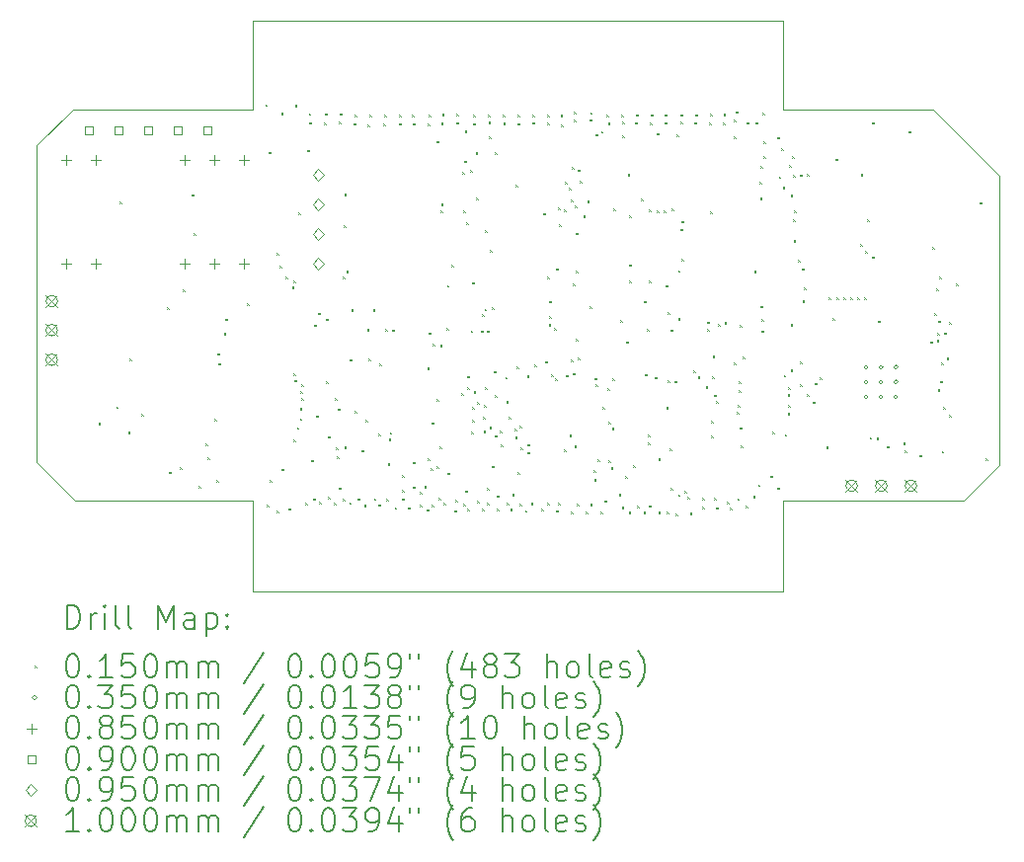
<source format=gbr>
%TF.GenerationSoftware,KiCad,Pcbnew,8.0.0*%
%TF.CreationDate,2024-02-28T09:47:08-08:00*%
%TF.ProjectId,SenseBarnacle,53656e73-6542-4617-926e-61636c652e6b,rev?*%
%TF.SameCoordinates,Original*%
%TF.FileFunction,Drillmap*%
%TF.FilePolarity,Positive*%
%FSLAX45Y45*%
G04 Gerber Fmt 4.5, Leading zero omitted, Abs format (unit mm)*
G04 Created by KiCad (PCBNEW 8.0.0) date 2024-02-28 09:47:08*
%MOMM*%
%LPD*%
G01*
G04 APERTURE LIST*
%ADD10C,0.050000*%
%ADD11C,0.120000*%
%ADD12C,0.200000*%
%ADD13C,0.100000*%
G04 APERTURE END LIST*
D10*
X5279720Y-2503500D02*
X3735400Y-2503500D01*
X11378260Y-5858840D02*
X11683060Y-5554040D01*
X9828860Y-5965520D02*
X9828860Y-5858840D01*
X11111560Y-2503500D02*
X11683060Y-3075000D01*
X5282260Y-5965520D02*
X5282260Y-5858840D01*
X3735400Y-2503500D02*
X3428060Y-2810840D01*
X3428060Y-2810840D02*
X3428060Y-5528640D01*
X5279720Y-2417140D02*
X5279720Y-2503500D01*
X9826320Y-2503500D02*
X11111560Y-2503500D01*
X9828860Y-5858840D02*
X11378260Y-5858840D01*
X11683060Y-3075000D02*
X11683060Y-5554040D01*
X3758260Y-5858840D02*
X3428060Y-5528640D01*
X5282260Y-5858840D02*
X3758260Y-5858840D01*
X9826320Y-2417140D02*
X9826320Y-2503500D01*
D11*
X5279720Y-1744040D02*
X5279720Y-2359940D01*
X5279720Y-2417140D02*
X5279720Y-2359940D01*
X9826320Y-1744040D02*
X5279720Y-1744040D01*
X9826320Y-2359940D02*
X9826320Y-1744040D01*
X9826320Y-2417140D02*
X9826320Y-2359940D01*
X5282260Y-5965520D02*
X5282260Y-6022720D01*
X5282260Y-6638620D02*
X5282260Y-6022720D01*
X9828860Y-5965520D02*
X9828860Y-6022720D01*
X9828860Y-6022720D02*
X9828860Y-6638620D01*
X9828860Y-6638620D02*
X5282260Y-6638620D01*
D12*
D13*
X3953960Y-5190940D02*
X3968960Y-5205940D01*
X3968960Y-5190940D02*
X3953960Y-5205940D01*
X4106360Y-5051240D02*
X4121360Y-5066240D01*
X4121360Y-5051240D02*
X4106360Y-5066240D01*
X4134300Y-3293560D02*
X4149300Y-3308560D01*
X4149300Y-3293560D02*
X4134300Y-3308560D01*
X4207960Y-5267140D02*
X4222960Y-5282140D01*
X4222960Y-5267140D02*
X4207960Y-5282140D01*
X4220660Y-4644040D02*
X4235660Y-4659040D01*
X4235660Y-4644040D02*
X4220660Y-4659040D01*
X4322712Y-5117683D02*
X4337712Y-5132683D01*
X4337712Y-5117683D02*
X4322712Y-5132683D01*
X4540700Y-4202880D02*
X4555700Y-4217880D01*
X4555700Y-4202880D02*
X4540700Y-4217880D01*
X4557149Y-5610432D02*
X4572149Y-5625432D01*
X4572149Y-5610432D02*
X4557149Y-5625432D01*
X4650860Y-5570340D02*
X4665860Y-5585340D01*
X4665860Y-5570340D02*
X4650860Y-5585340D01*
X4681340Y-4046340D02*
X4696340Y-4061340D01*
X4696340Y-4046340D02*
X4681340Y-4061340D01*
X4754060Y-3232600D02*
X4769060Y-3247600D01*
X4769060Y-3232600D02*
X4754060Y-3247600D01*
X4774380Y-3567880D02*
X4789380Y-3582880D01*
X4789380Y-3567880D02*
X4774380Y-3582880D01*
X4814961Y-5734646D02*
X4829961Y-5749646D01*
X4829961Y-5734646D02*
X4814961Y-5749646D01*
X4871845Y-5369150D02*
X4886845Y-5384150D01*
X4886845Y-5369150D02*
X4871845Y-5384150D01*
X4889620Y-5488120D02*
X4904620Y-5503120D01*
X4904620Y-5488120D02*
X4889620Y-5503120D01*
X4951855Y-5157595D02*
X4966855Y-5172595D01*
X4966855Y-5157595D02*
X4951855Y-5172595D01*
X4967420Y-5682146D02*
X4982420Y-5697146D01*
X4982420Y-5682146D02*
X4967420Y-5697146D01*
X4975980Y-4594980D02*
X4990980Y-4609980D01*
X4990980Y-4594980D02*
X4975980Y-4609980D01*
X4984900Y-4680400D02*
X4999900Y-4695400D01*
X4999900Y-4680400D02*
X4984900Y-4695400D01*
X5030578Y-4421878D02*
X5045578Y-4436878D01*
X5045578Y-4421878D02*
X5030578Y-4436878D01*
X5043620Y-4299400D02*
X5058620Y-4314400D01*
X5058620Y-4299400D02*
X5043620Y-4314400D01*
X5231580Y-4167320D02*
X5246580Y-4182320D01*
X5246580Y-4167320D02*
X5231580Y-4182320D01*
X5386520Y-2460440D02*
X5401520Y-2475440D01*
X5401520Y-2460440D02*
X5386520Y-2475440D01*
X5399220Y-5894520D02*
X5414220Y-5909520D01*
X5414220Y-5894520D02*
X5399220Y-5909520D01*
X5414460Y-2866840D02*
X5429460Y-2881840D01*
X5429460Y-2866840D02*
X5414460Y-2881840D01*
X5422920Y-5682146D02*
X5437920Y-5697146D01*
X5437920Y-5682146D02*
X5422920Y-5697146D01*
X5480500Y-3735520D02*
X5495500Y-3750520D01*
X5495500Y-3735520D02*
X5480500Y-3750520D01*
X5480500Y-5945320D02*
X5495500Y-5960320D01*
X5495500Y-5945320D02*
X5480500Y-5960320D01*
X5505242Y-3845909D02*
X5520242Y-3860909D01*
X5520242Y-3845909D02*
X5505242Y-3860909D01*
X5521140Y-2531560D02*
X5536140Y-2546560D01*
X5536140Y-2531560D02*
X5521140Y-2546560D01*
X5527920Y-5584640D02*
X5542920Y-5599640D01*
X5542920Y-5584640D02*
X5527920Y-5599640D01*
X5557264Y-3941300D02*
X5572264Y-3956300D01*
X5572264Y-3941300D02*
X5557264Y-3956300D01*
X5582100Y-5925000D02*
X5597100Y-5940000D01*
X5597100Y-5925000D02*
X5582100Y-5940000D01*
X5613743Y-4026243D02*
X5628743Y-4041243D01*
X5628743Y-4026243D02*
X5613743Y-4041243D01*
X5627820Y-4766760D02*
X5642820Y-4781760D01*
X5642820Y-4766760D02*
X5627820Y-4781760D01*
X5627820Y-5335720D02*
X5642820Y-5350720D01*
X5642820Y-5335720D02*
X5627820Y-5350720D01*
X5629846Y-3974405D02*
X5644846Y-3989405D01*
X5644846Y-3974405D02*
X5629846Y-3989405D01*
X5632900Y-4822640D02*
X5647900Y-4837640D01*
X5647900Y-4822640D02*
X5632900Y-4837640D01*
X5640520Y-2465520D02*
X5655520Y-2480520D01*
X5655520Y-2465520D02*
X5640520Y-2480520D01*
X5655760Y-5229040D02*
X5670760Y-5244040D01*
X5670760Y-5229040D02*
X5655760Y-5244040D01*
X5668460Y-3390080D02*
X5683460Y-3405080D01*
X5683460Y-3390080D02*
X5668460Y-3405080D01*
X5681160Y-5063940D02*
X5696160Y-5078940D01*
X5696160Y-5063940D02*
X5681160Y-5078940D01*
X5681160Y-5152840D02*
X5696160Y-5167840D01*
X5696160Y-5152840D02*
X5681160Y-5167840D01*
X5683568Y-4923449D02*
X5698568Y-4938449D01*
X5698568Y-4923449D02*
X5683568Y-4938449D01*
X5692925Y-4864182D02*
X5707925Y-4879182D01*
X5707925Y-4864182D02*
X5692925Y-4879182D01*
X5695666Y-4982217D02*
X5710666Y-4997217D01*
X5710666Y-4982217D02*
X5695666Y-4997217D01*
X5727602Y-5877529D02*
X5742602Y-5892529D01*
X5742602Y-5877529D02*
X5727602Y-5892529D01*
X5744660Y-2851600D02*
X5759660Y-2866600D01*
X5759660Y-2851600D02*
X5744660Y-2866600D01*
X5757360Y-2536640D02*
X5772360Y-2551640D01*
X5772360Y-2536640D02*
X5757360Y-2551640D01*
X5759900Y-2612840D02*
X5774900Y-2627840D01*
X5774900Y-2612840D02*
X5759900Y-2627840D01*
X5780220Y-5510140D02*
X5795220Y-5525140D01*
X5795220Y-5510140D02*
X5780220Y-5525140D01*
X5796750Y-5838640D02*
X5811750Y-5853640D01*
X5811750Y-5838640D02*
X5796750Y-5853640D01*
X5804820Y-4350200D02*
X5819820Y-4365200D01*
X5819820Y-4350200D02*
X5804820Y-4365200D01*
X5820860Y-5127440D02*
X5835860Y-5142440D01*
X5835860Y-5127440D02*
X5820860Y-5142440D01*
X5836100Y-4248600D02*
X5851100Y-4263600D01*
X5851100Y-4248600D02*
X5836100Y-4263600D01*
X5850122Y-5872211D02*
X5865122Y-5887211D01*
X5865122Y-5872211D02*
X5850122Y-5887211D01*
X5891980Y-2617920D02*
X5906980Y-2632920D01*
X5906980Y-2617920D02*
X5891980Y-2632920D01*
X5897060Y-2536640D02*
X5912060Y-2551640D01*
X5912060Y-2536640D02*
X5897060Y-2551640D01*
X5907220Y-4837880D02*
X5922220Y-4852880D01*
X5922220Y-4837880D02*
X5907220Y-4852880D01*
X5907344Y-4298457D02*
X5922344Y-4313457D01*
X5922344Y-4298457D02*
X5907344Y-4313457D01*
X5922460Y-5305240D02*
X5937460Y-5320240D01*
X5937460Y-5305240D02*
X5922460Y-5320240D01*
X5922460Y-5825940D02*
X5937460Y-5840940D01*
X5937460Y-5825940D02*
X5922460Y-5840940D01*
X5976769Y-5877817D02*
X5991769Y-5892817D01*
X5991769Y-5877817D02*
X5976769Y-5892817D01*
X5983420Y-4978520D02*
X5998420Y-4993520D01*
X5998420Y-4978520D02*
X5983420Y-4993520D01*
X5993751Y-5405652D02*
X6008751Y-5420652D01*
X6008751Y-5405652D02*
X5993751Y-5420652D01*
X6002140Y-5478900D02*
X6017140Y-5493900D01*
X6017140Y-5478900D02*
X6002140Y-5493900D01*
X6009202Y-5069702D02*
X6024202Y-5084702D01*
X6024202Y-5069702D02*
X6009202Y-5084702D01*
X6013900Y-5747200D02*
X6028900Y-5762200D01*
X6028900Y-5747200D02*
X6013900Y-5762200D01*
X6018980Y-2607760D02*
X6033980Y-2622760D01*
X6033980Y-2607760D02*
X6018980Y-2622760D01*
X6024060Y-2536640D02*
X6039060Y-2551640D01*
X6039060Y-2536640D02*
X6024060Y-2551640D01*
X6049460Y-5844700D02*
X6064460Y-5859700D01*
X6064460Y-5844700D02*
X6049460Y-5859700D01*
X6050801Y-3940370D02*
X6065801Y-3955370D01*
X6065801Y-3940370D02*
X6050801Y-3955370D01*
X6058020Y-3497700D02*
X6073020Y-3512700D01*
X6073020Y-3497700D02*
X6058020Y-3512700D01*
X6063100Y-3228460D02*
X6078100Y-3243460D01*
X6078100Y-3228460D02*
X6063100Y-3243460D01*
X6063146Y-5392958D02*
X6078146Y-5407958D01*
X6078146Y-5392958D02*
X6063146Y-5407958D01*
X6079940Y-3887920D02*
X6094940Y-3902920D01*
X6094940Y-3887920D02*
X6079940Y-3902920D01*
X6105812Y-5873881D02*
X6120812Y-5888881D01*
X6120812Y-5873881D02*
X6105812Y-5888881D01*
X6112160Y-4644840D02*
X6127160Y-4659840D01*
X6127160Y-4644840D02*
X6112160Y-4659840D01*
X6122122Y-4220112D02*
X6137122Y-4235112D01*
X6137122Y-4220112D02*
X6122122Y-4235112D01*
X6140900Y-2623000D02*
X6155900Y-2638000D01*
X6155900Y-2623000D02*
X6140900Y-2638000D01*
X6151060Y-2549340D02*
X6166060Y-2564340D01*
X6166060Y-2549340D02*
X6151060Y-2564340D01*
X6151060Y-5090140D02*
X6166060Y-5105140D01*
X6166060Y-5090140D02*
X6151060Y-5105140D01*
X6176460Y-5838640D02*
X6191460Y-5853640D01*
X6191460Y-5838640D02*
X6176460Y-5853640D01*
X6211069Y-5425460D02*
X6226069Y-5440460D01*
X6226069Y-5425460D02*
X6211069Y-5440460D01*
X6232812Y-5892299D02*
X6247812Y-5907299D01*
X6247812Y-5892299D02*
X6232812Y-5907299D01*
X6243560Y-5167007D02*
X6258560Y-5182007D01*
X6258560Y-5167007D02*
X6243560Y-5182007D01*
X6258540Y-4390040D02*
X6273540Y-4405040D01*
X6273540Y-4390040D02*
X6258540Y-4405040D01*
X6262820Y-2633160D02*
X6277820Y-2648160D01*
X6277820Y-2633160D02*
X6262820Y-2648160D01*
X6271700Y-4639472D02*
X6286700Y-4654472D01*
X6286700Y-4639472D02*
X6271700Y-4654472D01*
X6278060Y-2549340D02*
X6293060Y-2564340D01*
X6293060Y-2549340D02*
X6278060Y-2564340D01*
X6308540Y-4218120D02*
X6323540Y-4233120D01*
X6323540Y-4218120D02*
X6308540Y-4233120D01*
X6316160Y-5838640D02*
X6331160Y-5853640D01*
X6331160Y-5838640D02*
X6316160Y-5853640D01*
X6355060Y-5286164D02*
X6370060Y-5301164D01*
X6370060Y-5286164D02*
X6355060Y-5301164D01*
X6355060Y-5889440D02*
X6370060Y-5904440D01*
X6370060Y-5889440D02*
X6355060Y-5904440D01*
X6365233Y-4684777D02*
X6380233Y-4699777D01*
X6380233Y-4684777D02*
X6365233Y-4699777D01*
X6399980Y-2628080D02*
X6414980Y-2643080D01*
X6414980Y-2628080D02*
X6399980Y-2643080D01*
X6405060Y-2549340D02*
X6420060Y-2564340D01*
X6420060Y-2549340D02*
X6405060Y-2564340D01*
X6414189Y-4390040D02*
X6429189Y-4405040D01*
X6429189Y-4390040D02*
X6414189Y-4405040D01*
X6425828Y-5846708D02*
X6440828Y-5861708D01*
X6440828Y-5846708D02*
X6425828Y-5861708D01*
X6435540Y-5538920D02*
X6450540Y-5553920D01*
X6450540Y-5538920D02*
X6435540Y-5553920D01*
X6444890Y-5326435D02*
X6459890Y-5341435D01*
X6459890Y-5326435D02*
X6444890Y-5341435D01*
X6452060Y-5272243D02*
X6467060Y-5287243D01*
X6467060Y-5272243D02*
X6452060Y-5287243D01*
X6471100Y-4390840D02*
X6486100Y-4405840D01*
X6486100Y-4390840D02*
X6471100Y-4405840D01*
X6493961Y-5914840D02*
X6508961Y-5929840D01*
X6508961Y-5914840D02*
X6493961Y-5929840D01*
X6532060Y-2549340D02*
X6547060Y-2564340D01*
X6547060Y-2549340D02*
X6532060Y-2564340D01*
X6532060Y-2623000D02*
X6547060Y-2638000D01*
X6547060Y-2623000D02*
X6532060Y-2638000D01*
X6556660Y-5640520D02*
X6571660Y-5655520D01*
X6571660Y-5640520D02*
X6556660Y-5655520D01*
X6557460Y-5838640D02*
X6572460Y-5853640D01*
X6572460Y-5838640D02*
X6557460Y-5853640D01*
X6561065Y-5766045D02*
X6576065Y-5781045D01*
X6576065Y-5766045D02*
X6561065Y-5781045D01*
X6609060Y-5914840D02*
X6624060Y-5929840D01*
X6624060Y-5914840D02*
X6609060Y-5929840D01*
X6644620Y-2549340D02*
X6659620Y-2564340D01*
X6659620Y-2549340D02*
X6644620Y-2564340D01*
X6650980Y-5526838D02*
X6665980Y-5541838D01*
X6665980Y-5526838D02*
X6650980Y-5541838D01*
X6653980Y-2623000D02*
X6668980Y-2638000D01*
X6668980Y-2623000D02*
X6653980Y-2638000D01*
X6654376Y-5737436D02*
X6669376Y-5752436D01*
X6669376Y-5737436D02*
X6654376Y-5752436D01*
X6707469Y-5785630D02*
X6722469Y-5800630D01*
X6722469Y-5785630D02*
X6707469Y-5800630D01*
X6713293Y-5893311D02*
X6728293Y-5908311D01*
X6728293Y-5893311D02*
X6713293Y-5908311D01*
X6748488Y-5733230D02*
X6763488Y-5748230D01*
X6763488Y-5733230D02*
X6748488Y-5748230D01*
X6768124Y-5932595D02*
X6783124Y-5947595D01*
X6783124Y-5932595D02*
X6768124Y-5947595D01*
X6774349Y-4716372D02*
X6789349Y-4731372D01*
X6789349Y-4716372D02*
X6774349Y-4731372D01*
X6775900Y-2628080D02*
X6790900Y-2643080D01*
X6790900Y-2628080D02*
X6775900Y-2643080D01*
X6780980Y-5498280D02*
X6795980Y-5513280D01*
X6795980Y-5498280D02*
X6780980Y-5513280D01*
X6786060Y-2549340D02*
X6801060Y-2564340D01*
X6801060Y-2549340D02*
X6786060Y-2564340D01*
X6789103Y-4417460D02*
X6804103Y-4432460D01*
X6804103Y-4417460D02*
X6789103Y-4432460D01*
X6801300Y-5579560D02*
X6816300Y-5594560D01*
X6816300Y-5579560D02*
X6801300Y-5594560D01*
X6813293Y-5893101D02*
X6828293Y-5908101D01*
X6828293Y-5893101D02*
X6813293Y-5908101D01*
X6813995Y-5188380D02*
X6828995Y-5203380D01*
X6828995Y-5188380D02*
X6813995Y-5203380D01*
X6818696Y-4516665D02*
X6833696Y-4531665D01*
X6833696Y-4516665D02*
X6818696Y-4531665D01*
X6852100Y-4990280D02*
X6867100Y-5005280D01*
X6867100Y-4990280D02*
X6852100Y-5005280D01*
X6857180Y-2775400D02*
X6872180Y-2790400D01*
X6872180Y-2775400D02*
X6857180Y-2790400D01*
X6857245Y-5567381D02*
X6872245Y-5582381D01*
X6872245Y-5567381D02*
X6857245Y-5582381D01*
X6870784Y-5837207D02*
X6885784Y-5852207D01*
X6885784Y-5837207D02*
X6870784Y-5852207D01*
X6879026Y-5397262D02*
X6894026Y-5412262D01*
X6894026Y-5397262D02*
X6879026Y-5412262D01*
X6884940Y-4523903D02*
X6899940Y-4538903D01*
X6899940Y-4523903D02*
X6884940Y-4538903D01*
X6890332Y-3373832D02*
X6905332Y-3388832D01*
X6905332Y-3373832D02*
X6890332Y-3388832D01*
X6891860Y-2620580D02*
X6906860Y-2635580D01*
X6906860Y-2620580D02*
X6891860Y-2635580D01*
X6892740Y-3313880D02*
X6907740Y-3328880D01*
X6907740Y-3313880D02*
X6892740Y-3328880D01*
X6900585Y-2541145D02*
X6915585Y-2556145D01*
X6915585Y-2541145D02*
X6900585Y-2556145D01*
X6913293Y-5879551D02*
X6928293Y-5894551D01*
X6928293Y-5879551D02*
X6913293Y-5894551D01*
X6938460Y-4380680D02*
X6953460Y-4395680D01*
X6953460Y-4380680D02*
X6938460Y-4395680D01*
X6943540Y-4009840D02*
X6958540Y-4024840D01*
X6958540Y-4009840D02*
X6943540Y-4024840D01*
X6947030Y-5618377D02*
X6962030Y-5633377D01*
X6962030Y-5618377D02*
X6947030Y-5633377D01*
X6983341Y-3837959D02*
X6998341Y-3852959D01*
X6998341Y-3837959D02*
X6983341Y-3852959D01*
X7006536Y-5940950D02*
X7021536Y-5955950D01*
X7021536Y-5940950D02*
X7006536Y-5955950D01*
X7013153Y-5855090D02*
X7028153Y-5870090D01*
X7028153Y-5855090D02*
X7013153Y-5870090D01*
X7021860Y-2614613D02*
X7036860Y-2629613D01*
X7036860Y-2614613D02*
X7021860Y-2629613D01*
X7022689Y-2543074D02*
X7037689Y-2558074D01*
X7037689Y-2543074D02*
X7022689Y-2558074D01*
X7066684Y-4935249D02*
X7081684Y-4950249D01*
X7081684Y-4935249D02*
X7066684Y-4950249D01*
X7075620Y-3039560D02*
X7090620Y-3054560D01*
X7090620Y-3039560D02*
X7075620Y-3054560D01*
X7080700Y-3374040D02*
X7095700Y-3389040D01*
X7095700Y-3374040D02*
X7080700Y-3389040D01*
X7084484Y-5885260D02*
X7099484Y-5900260D01*
X7099484Y-5885260D02*
X7084484Y-5900260D01*
X7090860Y-2943040D02*
X7105860Y-2958040D01*
X7105860Y-2943040D02*
X7090860Y-2958040D01*
X7094995Y-2682900D02*
X7109995Y-2697900D01*
X7109995Y-2682900D02*
X7094995Y-2697900D01*
X7101020Y-5772600D02*
X7116020Y-5787600D01*
X7116020Y-5772600D02*
X7101020Y-5787600D01*
X7109279Y-3472420D02*
X7124279Y-3487420D01*
X7124279Y-3472420D02*
X7109279Y-3487420D01*
X7114231Y-4789561D02*
X7129231Y-4804561D01*
X7129231Y-4789561D02*
X7114231Y-4804561D01*
X7115393Y-4889561D02*
X7130393Y-4904561D01*
X7130393Y-4889561D02*
X7115393Y-4904561D01*
X7117060Y-5927540D02*
X7132060Y-5942540D01*
X7132060Y-5927540D02*
X7117060Y-5942540D01*
X7144080Y-3022905D02*
X7159080Y-3037905D01*
X7159080Y-3022905D02*
X7144080Y-3037905D01*
X7146740Y-4401000D02*
X7161740Y-4416000D01*
X7161740Y-4401000D02*
X7146740Y-4416000D01*
X7148155Y-5268265D02*
X7163155Y-5283265D01*
X7163155Y-5268265D02*
X7148155Y-5283265D01*
X7159339Y-5165014D02*
X7174339Y-5180014D01*
X7174339Y-5165014D02*
X7159339Y-5180014D01*
X7160174Y-5058496D02*
X7175174Y-5073496D01*
X7175174Y-5058496D02*
X7160174Y-5073496D01*
X7160484Y-3984900D02*
X7175484Y-3999900D01*
X7175484Y-3984900D02*
X7160484Y-3999900D01*
X7167060Y-2549340D02*
X7182060Y-2564340D01*
X7182060Y-2549340D02*
X7167060Y-2564340D01*
X7167060Y-2623000D02*
X7182060Y-2638000D01*
X7182060Y-2623000D02*
X7167060Y-2638000D01*
X7171785Y-4918967D02*
X7186785Y-4933967D01*
X7186785Y-4918967D02*
X7171785Y-4933967D01*
X7188943Y-2870357D02*
X7203943Y-2885357D01*
X7203943Y-2870357D02*
X7188943Y-2885357D01*
X7196414Y-3259535D02*
X7211414Y-3274535D01*
X7211414Y-3259535D02*
X7196414Y-3274535D01*
X7200031Y-5013646D02*
X7215031Y-5028646D01*
X7215031Y-5013646D02*
X7200031Y-5028646D01*
X7202162Y-5861042D02*
X7217162Y-5876042D01*
X7217162Y-5861042D02*
X7202162Y-5876042D01*
X7234060Y-4401000D02*
X7249060Y-4416000D01*
X7249060Y-4401000D02*
X7234060Y-4416000D01*
X7241660Y-4259700D02*
X7256660Y-4274700D01*
X7256660Y-4259700D02*
X7241660Y-4274700D01*
X7243260Y-5927540D02*
X7258260Y-5942540D01*
X7258260Y-5927540D02*
X7243260Y-5942540D01*
X7254882Y-5141092D02*
X7269882Y-5156092D01*
X7269882Y-5141092D02*
X7254882Y-5156092D01*
X7257674Y-5261240D02*
X7272674Y-5276240D01*
X7272674Y-5261240D02*
X7257674Y-5276240D01*
X7258921Y-5041092D02*
X7273921Y-5056092D01*
X7273921Y-5041092D02*
X7258921Y-5056092D01*
X7266053Y-4213980D02*
X7281053Y-4228980D01*
X7281053Y-4213980D02*
X7266053Y-4228980D01*
X7268420Y-3541200D02*
X7283420Y-3556200D01*
X7283420Y-3541200D02*
X7268420Y-3556200D01*
X7272650Y-4889881D02*
X7287650Y-4904881D01*
X7287650Y-4889881D02*
X7272650Y-4904881D01*
X7288424Y-5877878D02*
X7303424Y-5892878D01*
X7303424Y-5877878D02*
X7288424Y-5892878D01*
X7288768Y-5747412D02*
X7303768Y-5762412D01*
X7303768Y-5747412D02*
X7288768Y-5762412D01*
X7288980Y-4401000D02*
X7303980Y-4416000D01*
X7303980Y-4401000D02*
X7288980Y-4416000D01*
X7296600Y-2551880D02*
X7311600Y-2566880D01*
X7311600Y-2551880D02*
X7296600Y-2566880D01*
X7298447Y-2610605D02*
X7313447Y-2625605D01*
X7313447Y-2610605D02*
X7298447Y-2625605D01*
X7302094Y-2736476D02*
X7317094Y-2751476D01*
X7317094Y-2736476D02*
X7302094Y-2751476D01*
X7307038Y-5222907D02*
X7322038Y-5237907D01*
X7322038Y-5222907D02*
X7307038Y-5237907D01*
X7309300Y-3710120D02*
X7324300Y-3725120D01*
X7324300Y-3710120D02*
X7309300Y-3725120D01*
X7325629Y-4201780D02*
X7340629Y-4216780D01*
X7340629Y-4201780D02*
X7325629Y-4216780D01*
X7327812Y-5559559D02*
X7342812Y-5574559D01*
X7342812Y-5559559D02*
X7327812Y-5574559D01*
X7345801Y-4748122D02*
X7360801Y-4763122D01*
X7360801Y-4748122D02*
X7345801Y-4763122D01*
X7352094Y-2873001D02*
X7367094Y-2888001D01*
X7367094Y-2873001D02*
X7352094Y-2888001D01*
X7352198Y-5297744D02*
X7367198Y-5312744D01*
X7367198Y-5297744D02*
X7352198Y-5312744D01*
X7354249Y-4952576D02*
X7369249Y-4967576D01*
X7369249Y-4952576D02*
X7354249Y-4967576D01*
X7370210Y-5814462D02*
X7385210Y-5829462D01*
X7385210Y-5814462D02*
X7370210Y-5829462D01*
X7370260Y-5927540D02*
X7385260Y-5942540D01*
X7385260Y-5927540D02*
X7370260Y-5942540D01*
X7397852Y-5259069D02*
X7412852Y-5274069D01*
X7412852Y-5259069D02*
X7397852Y-5274069D01*
X7403300Y-5375342D02*
X7418300Y-5390342D01*
X7418300Y-5375342D02*
X7403300Y-5390342D01*
X7421059Y-2549341D02*
X7436059Y-2564341D01*
X7436059Y-2549341D02*
X7421059Y-2564341D01*
X7426140Y-2617920D02*
X7441140Y-2632920D01*
X7441140Y-2617920D02*
X7426140Y-2632920D01*
X7443188Y-4797429D02*
X7458188Y-4812429D01*
X7458188Y-4797429D02*
X7443188Y-4812429D01*
X7451311Y-5007401D02*
X7466311Y-5022401D01*
X7466311Y-5007401D02*
X7451311Y-5022401D01*
X7454539Y-5875090D02*
X7469539Y-5890090D01*
X7469539Y-5875090D02*
X7454539Y-5890090D01*
X7474767Y-5138686D02*
X7489767Y-5153686D01*
X7489767Y-5138686D02*
X7474767Y-5153686D01*
X7484560Y-5927540D02*
X7499560Y-5942540D01*
X7499560Y-5927540D02*
X7484560Y-5942540D01*
X7502710Y-5803615D02*
X7517710Y-5818615D01*
X7517710Y-5803615D02*
X7502710Y-5818615D01*
X7521657Y-5243608D02*
X7536657Y-5258608D01*
X7536657Y-5243608D02*
X7521657Y-5258608D01*
X7526980Y-5310462D02*
X7541980Y-5325462D01*
X7541980Y-5310462D02*
X7526980Y-5325462D01*
X7529243Y-3152943D02*
X7544243Y-3167943D01*
X7544243Y-3152943D02*
X7529243Y-3167943D01*
X7541848Y-4712241D02*
X7556848Y-4727241D01*
X7556848Y-4712241D02*
X7541848Y-4727241D01*
X7548060Y-2549342D02*
X7563060Y-2564342D01*
X7563060Y-2549342D02*
X7548060Y-2564342D01*
X7548060Y-2623000D02*
X7563060Y-2638000D01*
X7563060Y-2623000D02*
X7548060Y-2638000D01*
X7549040Y-5612059D02*
X7564040Y-5627059D01*
X7564040Y-5612059D02*
X7549040Y-5627059D01*
X7563499Y-5884247D02*
X7578499Y-5899247D01*
X7578499Y-5884247D02*
X7563499Y-5899247D01*
X7568380Y-5219620D02*
X7583380Y-5234620D01*
X7583380Y-5219620D02*
X7568380Y-5234620D01*
X7577526Y-5400585D02*
X7592526Y-5415585D01*
X7592526Y-5400585D02*
X7577526Y-5415585D01*
X7611560Y-5940240D02*
X7626560Y-5955240D01*
X7626560Y-5940240D02*
X7611560Y-5955240D01*
X7628540Y-4784016D02*
X7643540Y-4799016D01*
X7643540Y-4784016D02*
X7628540Y-4799016D01*
X7634420Y-5441441D02*
X7649420Y-5456441D01*
X7649420Y-5441441D02*
X7634420Y-5456441D01*
X7634674Y-5373208D02*
X7649674Y-5388208D01*
X7649674Y-5373208D02*
X7634674Y-5388208D01*
X7663499Y-5875112D02*
X7678499Y-5890112D01*
X7678499Y-5875112D02*
X7663499Y-5890112D01*
X7675060Y-2549340D02*
X7690060Y-2564340D01*
X7690060Y-2549340D02*
X7675060Y-2564340D01*
X7675060Y-2612840D02*
X7690060Y-2627840D01*
X7690060Y-2612840D02*
X7675060Y-2627840D01*
X7694576Y-4692920D02*
X7709576Y-4707920D01*
X7709576Y-4692920D02*
X7694576Y-4707920D01*
X7751260Y-5927540D02*
X7766260Y-5942540D01*
X7766260Y-5927540D02*
X7751260Y-5942540D01*
X7769623Y-3391826D02*
X7784623Y-3406826D01*
X7784623Y-3391826D02*
X7769623Y-3406826D01*
X7784420Y-4662920D02*
X7799420Y-4677920D01*
X7799420Y-4662920D02*
X7784420Y-4677920D01*
X7801260Y-5876740D02*
X7816260Y-5891740D01*
X7816260Y-5876740D02*
X7801260Y-5891740D01*
X7802060Y-2549340D02*
X7817060Y-2564340D01*
X7817060Y-2549340D02*
X7802060Y-2564340D01*
X7802060Y-2617920D02*
X7817060Y-2632920D01*
X7817060Y-2617920D02*
X7802060Y-2632920D01*
X7802120Y-3941324D02*
X7817120Y-3956324D01*
X7817120Y-3941324D02*
X7802120Y-3956324D01*
X7815629Y-4344541D02*
X7830629Y-4359541D01*
X7830629Y-4344541D02*
X7815629Y-4359541D01*
X7822160Y-4146324D02*
X7837160Y-4161324D01*
X7837160Y-4146324D02*
X7822160Y-4161324D01*
X7823001Y-4277666D02*
X7838001Y-4292666D01*
X7838001Y-4277666D02*
X7823001Y-4292666D01*
X7835236Y-4774440D02*
X7850236Y-4789440D01*
X7850236Y-4774440D02*
X7835236Y-4789440D01*
X7865402Y-4378048D02*
X7880402Y-4393048D01*
X7880402Y-4378048D02*
X7865402Y-4393048D01*
X7873180Y-4812480D02*
X7888180Y-4827480D01*
X7888180Y-4812480D02*
X7873180Y-4827480D01*
X7877473Y-3866289D02*
X7892473Y-3881289D01*
X7892473Y-3866289D02*
X7877473Y-3881289D01*
X7878260Y-5940240D02*
X7893260Y-5955240D01*
X7893260Y-5940240D02*
X7878260Y-5955240D01*
X7894300Y-5877339D02*
X7909300Y-5892339D01*
X7909300Y-5877339D02*
X7894300Y-5892339D01*
X7898580Y-3344360D02*
X7913580Y-3359360D01*
X7913580Y-3344360D02*
X7898580Y-3359360D01*
X7906934Y-3491289D02*
X7921934Y-3506289D01*
X7921934Y-3491289D02*
X7906934Y-3506289D01*
X7916360Y-2549340D02*
X7931360Y-2564340D01*
X7931360Y-2549340D02*
X7916360Y-2564340D01*
X7918900Y-2633160D02*
X7933900Y-2648160D01*
X7933900Y-2633160D02*
X7918900Y-2648160D01*
X7944420Y-5420366D02*
X7959420Y-5435366D01*
X7959420Y-5420366D02*
X7944420Y-5435366D01*
X7947337Y-3363603D02*
X7962337Y-3378603D01*
X7962337Y-3363603D02*
X7947337Y-3378603D01*
X7958357Y-3125303D02*
X7973357Y-3140303D01*
X7973357Y-3125303D02*
X7958357Y-3140303D01*
X7962540Y-4781630D02*
X7977540Y-4796630D01*
X7977540Y-4781630D02*
X7962540Y-4796630D01*
X7991719Y-3178155D02*
X8006719Y-3193155D01*
X8006719Y-3178155D02*
X7991719Y-3193155D01*
X7993300Y-5291117D02*
X8008300Y-5306117D01*
X8008300Y-5291117D02*
X7993300Y-5306117D01*
X8005260Y-5952940D02*
X8020260Y-5967940D01*
X8020260Y-5952940D02*
X8005260Y-5967940D01*
X8007826Y-3278155D02*
X8022826Y-3293155D01*
X8022826Y-3278155D02*
X8007826Y-3293155D01*
X8008540Y-4649032D02*
X8023540Y-4664032D01*
X8023540Y-4649032D02*
X8008540Y-4664032D01*
X8012836Y-2997112D02*
X8027836Y-3012112D01*
X8027836Y-2997112D02*
X8012836Y-3012112D01*
X8019926Y-4764111D02*
X8034926Y-4779111D01*
X8034926Y-4764111D02*
X8019926Y-4779111D01*
X8021589Y-3995280D02*
X8036589Y-4010280D01*
X8036589Y-3995280D02*
X8021589Y-4010280D01*
X8033572Y-2523457D02*
X8048572Y-2538457D01*
X8048572Y-2523457D02*
X8033572Y-2538457D01*
X8033572Y-2594168D02*
X8048572Y-2609168D01*
X8048572Y-2594168D02*
X8033572Y-2609168D01*
X8035260Y-5387324D02*
X8050260Y-5402324D01*
X8050260Y-5387324D02*
X8035260Y-5402324D01*
X8042075Y-3327420D02*
X8057075Y-3342420D01*
X8057075Y-3327420D02*
X8042075Y-3342420D01*
X8045900Y-3887920D02*
X8060900Y-3902920D01*
X8060900Y-3887920D02*
X8045900Y-3902920D01*
X8050980Y-3562800D02*
X8065980Y-3577800D01*
X8065980Y-3562800D02*
X8050980Y-3577800D01*
X8050980Y-4472120D02*
X8065980Y-4487120D01*
X8065980Y-4472120D02*
X8050980Y-4487120D01*
X8055260Y-5888640D02*
X8070260Y-5903640D01*
X8070260Y-5888640D02*
X8055260Y-5903640D01*
X8065867Y-3019183D02*
X8080867Y-3034183D01*
X8080867Y-3019183D02*
X8065867Y-3034183D01*
X8066701Y-4634289D02*
X8081701Y-4649289D01*
X8081701Y-4634289D02*
X8066701Y-4649289D01*
X8081460Y-3115760D02*
X8096460Y-3130760D01*
X8096460Y-3115760D02*
X8081460Y-3130760D01*
X8112595Y-3416302D02*
X8127595Y-3431302D01*
X8127595Y-3416302D02*
X8112595Y-3431302D01*
X8132260Y-5952940D02*
X8147260Y-5967940D01*
X8147260Y-5952940D02*
X8132260Y-5967940D01*
X8146339Y-3283628D02*
X8161339Y-3298628D01*
X8161339Y-3283628D02*
X8146339Y-3298628D01*
X8164941Y-4194202D02*
X8179941Y-4209202D01*
X8179941Y-4194202D02*
X8164941Y-4209202D01*
X8167491Y-2588964D02*
X8182491Y-2603964D01*
X8182491Y-2588964D02*
X8167491Y-2603964D01*
X8170360Y-5888640D02*
X8185360Y-5903640D01*
X8185360Y-5888640D02*
X8170360Y-5903640D01*
X8170607Y-2529045D02*
X8185607Y-2544045D01*
X8185607Y-2529045D02*
X8170607Y-2544045D01*
X8198811Y-5599228D02*
X8213811Y-5614228D01*
X8213811Y-5599228D02*
X8198811Y-5614228D01*
X8204447Y-5676162D02*
X8219447Y-5691162D01*
X8219447Y-5676162D02*
X8204447Y-5691162D01*
X8209391Y-4806324D02*
X8224391Y-4821324D01*
X8224391Y-4806324D02*
X8209391Y-4821324D01*
X8217475Y-4863962D02*
X8232475Y-4878962D01*
X8232475Y-4863962D02*
X8217475Y-4878962D01*
X8218337Y-2715723D02*
X8233337Y-2730723D01*
X8233337Y-2715723D02*
X8218337Y-2730723D01*
X8237418Y-5507809D02*
X8252418Y-5522809D01*
X8252418Y-5507809D02*
X8237418Y-5522809D01*
X8259260Y-5952940D02*
X8274260Y-5967940D01*
X8274260Y-5952940D02*
X8259260Y-5967940D01*
X8264340Y-2689040D02*
X8279340Y-2704040D01*
X8279340Y-2689040D02*
X8264340Y-2704040D01*
X8278404Y-5053562D02*
X8293404Y-5068562D01*
X8293404Y-5053562D02*
X8278404Y-5068562D01*
X8295124Y-5855546D02*
X8310124Y-5870546D01*
X8310124Y-5855546D02*
X8295124Y-5870546D01*
X8310060Y-2549340D02*
X8325060Y-2564340D01*
X8325060Y-2549340D02*
X8310060Y-2564340D01*
X8316519Y-4893020D02*
X8331519Y-4908020D01*
X8331519Y-4893020D02*
X8316519Y-4908020D01*
X8322618Y-2616057D02*
X8337618Y-2631057D01*
X8337618Y-2616057D02*
X8322618Y-2631057D01*
X8324563Y-5186514D02*
X8339563Y-5201514D01*
X8339563Y-5186514D02*
X8324563Y-5201514D01*
X8330380Y-5513520D02*
X8345380Y-5528520D01*
X8345380Y-5513520D02*
X8330380Y-5528520D01*
X8348160Y-5575280D02*
X8363160Y-5590280D01*
X8363160Y-5575280D02*
X8348160Y-5590280D01*
X8356792Y-5234508D02*
X8371792Y-5249508D01*
X8371792Y-5234508D02*
X8356792Y-5249508D01*
X8360019Y-4807614D02*
X8375019Y-4822614D01*
X8375019Y-4807614D02*
X8360019Y-4822614D01*
X8368839Y-3355000D02*
X8383839Y-3370000D01*
X8383839Y-3355000D02*
X8368839Y-3370000D01*
X8416740Y-5803080D02*
X8431740Y-5818080D01*
X8431740Y-5803080D02*
X8416740Y-5818080D01*
X8431980Y-4309560D02*
X8446980Y-4324560D01*
X8446980Y-4309560D02*
X8431980Y-4324560D01*
X8437060Y-2549340D02*
X8452060Y-2564340D01*
X8452060Y-2549340D02*
X8437060Y-2564340D01*
X8442363Y-5914300D02*
X8457363Y-5929300D01*
X8457363Y-5914300D02*
X8442363Y-5929300D01*
X8447825Y-2724795D02*
X8462825Y-2739795D01*
X8462825Y-2724795D02*
X8447825Y-2739795D01*
X8448203Y-2606964D02*
X8463203Y-2621964D01*
X8463203Y-2606964D02*
X8448203Y-2621964D01*
X8474320Y-5650740D02*
X8489320Y-5665740D01*
X8489320Y-5650740D02*
X8474320Y-5665740D01*
X8477700Y-4492440D02*
X8492700Y-4507440D01*
X8492700Y-4492440D02*
X8477700Y-4507440D01*
X8491963Y-3058903D02*
X8506963Y-3073903D01*
X8506963Y-3058903D02*
X8491963Y-3073903D01*
X8500560Y-5952940D02*
X8515560Y-5967940D01*
X8515560Y-5952940D02*
X8500560Y-5967940D01*
X8503100Y-3971860D02*
X8518100Y-3986860D01*
X8518100Y-3971860D02*
X8503100Y-3986860D01*
X8506579Y-3416420D02*
X8521579Y-3431420D01*
X8521579Y-3416420D02*
X8506579Y-3431420D01*
X8508180Y-3832040D02*
X8523180Y-3847040D01*
X8523180Y-3832040D02*
X8508180Y-3847040D01*
X8542579Y-5555882D02*
X8557579Y-5570882D01*
X8557579Y-5555882D02*
X8542579Y-5570882D01*
X8558980Y-2612840D02*
X8573980Y-2627840D01*
X8573980Y-2612840D02*
X8558980Y-2627840D01*
X8564060Y-2546800D02*
X8579060Y-2561800D01*
X8579060Y-2546800D02*
X8564060Y-2561800D01*
X8575960Y-5901340D02*
X8590960Y-5916340D01*
X8590960Y-5901340D02*
X8575960Y-5916340D01*
X8606077Y-3271863D02*
X8621077Y-3286863D01*
X8621077Y-3271863D02*
X8606077Y-3286863D01*
X8627560Y-5952940D02*
X8642560Y-5967940D01*
X8642560Y-5952940D02*
X8627560Y-5967940D01*
X8634904Y-4145300D02*
X8649904Y-4160300D01*
X8649904Y-4145300D02*
X8634904Y-4160300D01*
X8640260Y-4771840D02*
X8655260Y-4786840D01*
X8655260Y-4771840D02*
X8640260Y-4786840D01*
X8655500Y-4385760D02*
X8670500Y-4400760D01*
X8670500Y-4385760D02*
X8655500Y-4400760D01*
X8664572Y-5364277D02*
X8679572Y-5379277D01*
X8679572Y-5364277D02*
X8664572Y-5379277D01*
X8664603Y-5293597D02*
X8679603Y-5308597D01*
X8679603Y-5293597D02*
X8664603Y-5308597D01*
X8674755Y-5898800D02*
X8689755Y-5913800D01*
X8689755Y-5898800D02*
X8674755Y-5913800D01*
X8675020Y-3364680D02*
X8690020Y-3379680D01*
X8690020Y-3364680D02*
X8675020Y-3379680D01*
X8675820Y-3974280D02*
X8690820Y-3989280D01*
X8690820Y-3974280D02*
X8675820Y-3989280D01*
X8685980Y-2617920D02*
X8700980Y-2632920D01*
X8700980Y-2617920D02*
X8685980Y-2632920D01*
X8691060Y-2546800D02*
X8706060Y-2561800D01*
X8706060Y-2546800D02*
X8691060Y-2561800D01*
X8723381Y-4797208D02*
X8738381Y-4812208D01*
X8738381Y-4797208D02*
X8723381Y-4812208D01*
X8741860Y-2707660D02*
X8756860Y-2722660D01*
X8756860Y-2707660D02*
X8741860Y-2722660D01*
X8741860Y-3369760D02*
X8756860Y-3384760D01*
X8756860Y-3369760D02*
X8741860Y-3384760D01*
X8754560Y-5952940D02*
X8769560Y-5967940D01*
X8769560Y-5952940D02*
X8754560Y-5967940D01*
X8756150Y-5497330D02*
X8771150Y-5512330D01*
X8771150Y-5497330D02*
X8756150Y-5512330D01*
X8798989Y-3369672D02*
X8813989Y-3384672D01*
X8813989Y-3369672D02*
X8798989Y-3384672D01*
X8807900Y-2612840D02*
X8822900Y-2627840D01*
X8822900Y-2612840D02*
X8807900Y-2627840D01*
X8812980Y-2546800D02*
X8827980Y-2561800D01*
X8827980Y-2546800D02*
X8812980Y-2561800D01*
X8818060Y-4009840D02*
X8833060Y-4024840D01*
X8833060Y-4009840D02*
X8818060Y-4024840D01*
X8823140Y-5056320D02*
X8838140Y-5071320D01*
X8838140Y-5056320D02*
X8823140Y-5071320D01*
X8824219Y-5953240D02*
X8839219Y-5968240D01*
X8839219Y-5953240D02*
X8824219Y-5968240D01*
X8833300Y-4243520D02*
X8848300Y-4258520D01*
X8848300Y-4243520D02*
X8833300Y-4258520D01*
X8835065Y-4826945D02*
X8850065Y-4841945D01*
X8850065Y-4826945D02*
X8835065Y-4841945D01*
X8851643Y-5409943D02*
X8866643Y-5424943D01*
X8866643Y-5409943D02*
X8851643Y-5424943D01*
X8859674Y-5751747D02*
X8874674Y-5766747D01*
X8874674Y-5751747D02*
X8859674Y-5766747D01*
X8863780Y-4390840D02*
X8878780Y-4405840D01*
X8878780Y-4390840D02*
X8863780Y-4405840D01*
X8871685Y-3354577D02*
X8886685Y-3369577D01*
X8886685Y-3354577D02*
X8871685Y-3369577D01*
X8898275Y-4831325D02*
X8913275Y-4846325D01*
X8913275Y-4831325D02*
X8898275Y-4846325D01*
X8902270Y-5973240D02*
X8917270Y-5988240D01*
X8917270Y-5973240D02*
X8902270Y-5988240D01*
X8909500Y-2719520D02*
X8924500Y-2734520D01*
X8924500Y-2719520D02*
X8909500Y-2734520D01*
X8923847Y-5805211D02*
X8938847Y-5820211D01*
X8938847Y-5805211D02*
X8923847Y-5820211D01*
X8924740Y-3882840D02*
X8939740Y-3897840D01*
X8939740Y-3882840D02*
X8924740Y-3897840D01*
X8924740Y-4294320D02*
X8939740Y-4309320D01*
X8939740Y-4294320D02*
X8924740Y-4309320D01*
X8943110Y-3527548D02*
X8958110Y-3542548D01*
X8958110Y-3527548D02*
X8943110Y-3542548D01*
X8945060Y-2546800D02*
X8960060Y-2561800D01*
X8960060Y-2546800D02*
X8945060Y-2561800D01*
X8945060Y-2607760D02*
X8960060Y-2622760D01*
X8960060Y-2607760D02*
X8945060Y-2622760D01*
X8955220Y-3461200D02*
X8970220Y-3476200D01*
X8970220Y-3461200D02*
X8955220Y-3476200D01*
X8956989Y-3786577D02*
X8971989Y-3801577D01*
X8971989Y-3786577D02*
X8956989Y-3801577D01*
X8979847Y-5776251D02*
X8994847Y-5791251D01*
X8994847Y-5776251D02*
X8979847Y-5791251D01*
X9006004Y-5824633D02*
X9021004Y-5839633D01*
X9021004Y-5824633D02*
X9006004Y-5839633D01*
X9026220Y-5959981D02*
X9041220Y-5974981D01*
X9041220Y-5959981D02*
X9026220Y-5974981D01*
X9057728Y-4745147D02*
X9072728Y-4760147D01*
X9072728Y-4745147D02*
X9057728Y-4760147D01*
X9066980Y-2612840D02*
X9081980Y-2627840D01*
X9081980Y-2612840D02*
X9066980Y-2627840D01*
X9072060Y-2546800D02*
X9087060Y-2561800D01*
X9087060Y-2546800D02*
X9072060Y-2561800D01*
X9094656Y-4792702D02*
X9109656Y-4807702D01*
X9109656Y-4792702D02*
X9094656Y-4807702D01*
X9129069Y-5908166D02*
X9144069Y-5923166D01*
X9144069Y-5908166D02*
X9129069Y-5923166D01*
X9130940Y-5835584D02*
X9145940Y-5850584D01*
X9145940Y-5835584D02*
X9130940Y-5850584D01*
X9162666Y-4881220D02*
X9177666Y-4896220D01*
X9177666Y-4881220D02*
X9162666Y-4896220D01*
X9175540Y-4324800D02*
X9190540Y-4339800D01*
X9190540Y-4324800D02*
X9175540Y-4339800D01*
X9175540Y-4384372D02*
X9190540Y-4399372D01*
X9190540Y-4384372D02*
X9175540Y-4399372D01*
X9193980Y-2617920D02*
X9208980Y-2632920D01*
X9208980Y-2617920D02*
X9193980Y-2632920D01*
X9199060Y-2541720D02*
X9214060Y-2556720D01*
X9214060Y-2541720D02*
X9199060Y-2556720D01*
X9202444Y-3377984D02*
X9217444Y-3392984D01*
X9217444Y-3377984D02*
X9202444Y-3392984D01*
X9207960Y-5173277D02*
X9222960Y-5188277D01*
X9222960Y-5173277D02*
X9207960Y-5188277D01*
X9207960Y-5301994D02*
X9222960Y-5316994D01*
X9222960Y-5301994D02*
X9207960Y-5316994D01*
X9218528Y-4791890D02*
X9233528Y-4806890D01*
X9233528Y-4791890D02*
X9218528Y-4806890D01*
X9220304Y-4618640D02*
X9235304Y-4633640D01*
X9235304Y-4618640D02*
X9220304Y-4633640D01*
X9230940Y-5836970D02*
X9245940Y-5851970D01*
X9245940Y-5836970D02*
X9230940Y-5851970D01*
X9235606Y-4949701D02*
X9250606Y-4964701D01*
X9250606Y-4949701D02*
X9235606Y-4964701D01*
X9249860Y-5914840D02*
X9264860Y-5929840D01*
X9264860Y-5914840D02*
X9249860Y-5929840D01*
X9249968Y-5007957D02*
X9264968Y-5022957D01*
X9264968Y-5007957D02*
X9249968Y-5022957D01*
X9270180Y-4345120D02*
X9285180Y-4360120D01*
X9285180Y-4345120D02*
X9270180Y-4360120D01*
X9310869Y-2615365D02*
X9325869Y-2630365D01*
X9325869Y-2615365D02*
X9310869Y-2630365D01*
X9313642Y-2541882D02*
X9328642Y-2556882D01*
X9328642Y-2541882D02*
X9313642Y-2556882D01*
X9321840Y-4329880D02*
X9336840Y-4344880D01*
X9336840Y-4329880D02*
X9321840Y-4344880D01*
X9340889Y-5870020D02*
X9355889Y-5885020D01*
X9355889Y-5870020D02*
X9340889Y-5885020D01*
X9371656Y-5921531D02*
X9386656Y-5936531D01*
X9386656Y-5921531D02*
X9371656Y-5936531D01*
X9400634Y-4676946D02*
X9415634Y-4691946D01*
X9415634Y-4676946D02*
X9400634Y-4691946D01*
X9402260Y-2734760D02*
X9417260Y-2749760D01*
X9417260Y-2734760D02*
X9402260Y-2749760D01*
X9405474Y-2592260D02*
X9420474Y-2607260D01*
X9420474Y-2592260D02*
X9405474Y-2607260D01*
X9417804Y-2520971D02*
X9432804Y-2535971D01*
X9432804Y-2520971D02*
X9417804Y-2535971D01*
X9426860Y-5095920D02*
X9441860Y-5110920D01*
X9441860Y-5095920D02*
X9426860Y-5110920D01*
X9432124Y-5838640D02*
X9447124Y-5853640D01*
X9447124Y-5838640D02*
X9432124Y-5853640D01*
X9434995Y-5036474D02*
X9449995Y-5051474D01*
X9449995Y-5036474D02*
X9434995Y-5051474D01*
X9442495Y-4835340D02*
X9457495Y-4850340D01*
X9457495Y-4835340D02*
X9442495Y-4850340D01*
X9442495Y-4911540D02*
X9457495Y-4926540D01*
X9457495Y-4911540D02*
X9442495Y-4926540D01*
X9451840Y-4354506D02*
X9466840Y-4369506D01*
X9466840Y-4354506D02*
X9451840Y-4369506D01*
X9456860Y-5229040D02*
X9471860Y-5244040D01*
X9471860Y-5229040D02*
X9456860Y-5244040D01*
X9464915Y-5389660D02*
X9479915Y-5404660D01*
X9479915Y-5389660D02*
X9464915Y-5404660D01*
X9477800Y-4626733D02*
X9492800Y-4641733D01*
X9492800Y-4626733D02*
X9477800Y-4641733D01*
X9503860Y-5902140D02*
X9518860Y-5917140D01*
X9518860Y-5902140D02*
X9503860Y-5917140D01*
X9515869Y-2613824D02*
X9530869Y-2628824D01*
X9530869Y-2613824D02*
X9515869Y-2628824D01*
X9567995Y-5819769D02*
X9582995Y-5834769D01*
X9582995Y-5819769D02*
X9567995Y-5834769D01*
X9575780Y-3887920D02*
X9590780Y-3902920D01*
X9590780Y-3887920D02*
X9575780Y-3902920D01*
X9591100Y-2612840D02*
X9606100Y-2627840D01*
X9606100Y-2612840D02*
X9591100Y-2627840D01*
X9610540Y-5721800D02*
X9625540Y-5736800D01*
X9625540Y-5721800D02*
X9610540Y-5736800D01*
X9623177Y-3123701D02*
X9638177Y-3138701D01*
X9638177Y-3123701D02*
X9623177Y-3138701D01*
X9626520Y-3264489D02*
X9641520Y-3279489D01*
X9641520Y-3264489D02*
X9626520Y-3279489D01*
X9630860Y-4187640D02*
X9645860Y-4202640D01*
X9645860Y-4187640D02*
X9630860Y-4202640D01*
X9631600Y-2988760D02*
X9646600Y-3003760D01*
X9646600Y-2988760D02*
X9631600Y-3003760D01*
X9637440Y-4301659D02*
X9652440Y-4316659D01*
X9652440Y-4301659D02*
X9637440Y-4316659D01*
X9637440Y-4399771D02*
X9652440Y-4414771D01*
X9652440Y-4399771D02*
X9637440Y-4414771D01*
X9646100Y-2531560D02*
X9661100Y-2546560D01*
X9661100Y-2531560D02*
X9646100Y-2546560D01*
X9658650Y-2907959D02*
X9673650Y-2922959D01*
X9673650Y-2907959D02*
X9658650Y-2922959D01*
X9658819Y-2777959D02*
X9673819Y-2792959D01*
X9673819Y-2777959D02*
X9658819Y-2792959D01*
X9717220Y-5645600D02*
X9732220Y-5660600D01*
X9732220Y-5645600D02*
X9717220Y-5660600D01*
X9730874Y-5268304D02*
X9745874Y-5283304D01*
X9745874Y-5268304D02*
X9730874Y-5283304D01*
X9773100Y-5747200D02*
X9788100Y-5762200D01*
X9788100Y-5747200D02*
X9773100Y-5762200D01*
X9774976Y-2740680D02*
X9789976Y-2755680D01*
X9789976Y-2740680D02*
X9774976Y-2755680D01*
X9788340Y-3080200D02*
X9803340Y-3095200D01*
X9803340Y-3080200D02*
X9788340Y-3095200D01*
X9811955Y-2837960D02*
X9826955Y-2852960D01*
X9826955Y-2837960D02*
X9811955Y-2852960D01*
X9823102Y-3170040D02*
X9838102Y-3185040D01*
X9838102Y-3170040D02*
X9823102Y-3185040D01*
X9830799Y-4782029D02*
X9845799Y-4797029D01*
X9845799Y-4782029D02*
X9830799Y-4797029D01*
X9839140Y-5290000D02*
X9854140Y-5305000D01*
X9854140Y-5290000D02*
X9839140Y-5305000D01*
X9864540Y-4944560D02*
X9879540Y-4959560D01*
X9879540Y-4944560D02*
X9864540Y-4959560D01*
X9864745Y-5106915D02*
X9879745Y-5121915D01*
X9879745Y-5106915D02*
X9864745Y-5121915D01*
X9869620Y-5041080D02*
X9884620Y-5056080D01*
X9884620Y-5041080D02*
X9869620Y-5056080D01*
X9870510Y-4884858D02*
X9885510Y-4899858D01*
X9885510Y-4884858D02*
X9870510Y-4899858D01*
X9876953Y-2983680D02*
X9891953Y-2998680D01*
X9891953Y-2983680D02*
X9876953Y-2998680D01*
X9889940Y-3237680D02*
X9904940Y-3252680D01*
X9904940Y-3237680D02*
X9889940Y-3252680D01*
X9889940Y-4345120D02*
X9904940Y-4360120D01*
X9904940Y-4345120D02*
X9889940Y-4360120D01*
X9889940Y-4736280D02*
X9904940Y-4751280D01*
X9904940Y-4736280D02*
X9889940Y-4751280D01*
X9900100Y-2907653D02*
X9915100Y-2922653D01*
X9915100Y-2907653D02*
X9900100Y-2922653D01*
X9910179Y-3068792D02*
X9925179Y-3083792D01*
X9925179Y-3068792D02*
X9910179Y-3083792D01*
X9910525Y-3445406D02*
X9925525Y-3460406D01*
X9925525Y-3445406D02*
X9910525Y-3460406D01*
X9915340Y-3623760D02*
X9930340Y-3638760D01*
X9930340Y-3623760D02*
X9915340Y-3638760D01*
X9920338Y-3369489D02*
X9935338Y-3384489D01*
X9935338Y-3369489D02*
X9920338Y-3384489D01*
X9953258Y-3796114D02*
X9968258Y-3811114D01*
X9968258Y-3796114D02*
X9953258Y-3811114D01*
X9967840Y-4668331D02*
X9982840Y-4683331D01*
X9982840Y-4668331D02*
X9967840Y-4683331D01*
X9969908Y-3063093D02*
X9984908Y-3078093D01*
X9984908Y-3063093D02*
X9969908Y-3078093D01*
X9973300Y-4861657D02*
X9988300Y-4876657D01*
X9988300Y-4861657D02*
X9973300Y-4876657D01*
X9987060Y-3867600D02*
X10002060Y-3882600D01*
X10002060Y-3867600D02*
X9987060Y-3882600D01*
X9992360Y-4145065D02*
X10007360Y-4160065D01*
X10007360Y-4145065D02*
X9992360Y-4160065D01*
X10002195Y-4032319D02*
X10017195Y-4047319D01*
X10017195Y-4032319D02*
X10002195Y-4047319D01*
X10029534Y-3056406D02*
X10044534Y-3071406D01*
X10044534Y-3056406D02*
X10029534Y-3071406D01*
X10032180Y-4944560D02*
X10047180Y-4959560D01*
X10047180Y-4944560D02*
X10032180Y-4959560D01*
X10077900Y-5010600D02*
X10092900Y-5025600D01*
X10092900Y-5010600D02*
X10077900Y-5025600D01*
X10096744Y-4849420D02*
X10111744Y-4864420D01*
X10111744Y-4849420D02*
X10096744Y-4864420D01*
X10137083Y-4805003D02*
X10152083Y-4820003D01*
X10152083Y-4805003D02*
X10137083Y-4820003D01*
X10194740Y-5396680D02*
X10209740Y-5411680D01*
X10209740Y-5396680D02*
X10194740Y-5411680D01*
X10215060Y-4116520D02*
X10230060Y-4131520D01*
X10230060Y-4116520D02*
X10215060Y-4131520D01*
X10250620Y-4294320D02*
X10265620Y-4309320D01*
X10265620Y-4294320D02*
X10250620Y-4309320D01*
X10276020Y-2927800D02*
X10291020Y-2942800D01*
X10291020Y-2927800D02*
X10276020Y-2942800D01*
X10280934Y-4116520D02*
X10295934Y-4131520D01*
X10295934Y-4116520D02*
X10280934Y-4131520D01*
X10340901Y-4113441D02*
X10355901Y-4128441D01*
X10355901Y-4113441D02*
X10340901Y-4128441D01*
X10403020Y-4116520D02*
X10418020Y-4131520D01*
X10418020Y-4116520D02*
X10403020Y-4131520D01*
X10461464Y-4115085D02*
X10476464Y-4130085D01*
X10476464Y-4115085D02*
X10461464Y-4130085D01*
X10489380Y-3659320D02*
X10504380Y-3674320D01*
X10504380Y-3659320D02*
X10489380Y-3674320D01*
X10490113Y-3055533D02*
X10505113Y-3070533D01*
X10505113Y-3055533D02*
X10490113Y-3070533D01*
X10521442Y-4114961D02*
X10536442Y-4129961D01*
X10536442Y-4114961D02*
X10521442Y-4129961D01*
X10530020Y-3720280D02*
X10545020Y-3735280D01*
X10545020Y-3720280D02*
X10530020Y-3735280D01*
X10545260Y-3445960D02*
X10560260Y-3460960D01*
X10560260Y-3445960D02*
X10545260Y-3460960D01*
X10566926Y-5313857D02*
X10581926Y-5328857D01*
X10581926Y-5313857D02*
X10566926Y-5328857D01*
X10585900Y-3766000D02*
X10600900Y-3781000D01*
X10600900Y-3766000D02*
X10585900Y-3781000D01*
X10589592Y-2612840D02*
X10604592Y-2627840D01*
X10604592Y-2612840D02*
X10589592Y-2627840D01*
X10626560Y-5320480D02*
X10641560Y-5335480D01*
X10641560Y-5320480D02*
X10626560Y-5335480D01*
X10641780Y-4314640D02*
X10656780Y-4329640D01*
X10656780Y-4314640D02*
X10641780Y-4329640D01*
X10717980Y-5391600D02*
X10732980Y-5406600D01*
X10732980Y-5391600D02*
X10717980Y-5406600D01*
X10855140Y-5361120D02*
X10870140Y-5376120D01*
X10870140Y-5361120D02*
X10855140Y-5376120D01*
X10865300Y-5427160D02*
X10880300Y-5442160D01*
X10880300Y-5427160D02*
X10865300Y-5442160D01*
X10900860Y-2689040D02*
X10915860Y-2704040D01*
X10915860Y-2689040D02*
X10900860Y-2704040D01*
X10992300Y-5467800D02*
X11007300Y-5482800D01*
X11007300Y-5467800D02*
X10992300Y-5482800D01*
X11088298Y-4492970D02*
X11103298Y-4507970D01*
X11103298Y-4492970D02*
X11088298Y-4507970D01*
X11103662Y-3686492D02*
X11118662Y-3701492D01*
X11118662Y-3686492D02*
X11103662Y-3701492D01*
X11124380Y-4253680D02*
X11139380Y-4268680D01*
X11139380Y-4253680D02*
X11124380Y-4268680D01*
X11139620Y-4040320D02*
X11154620Y-4055320D01*
X11154620Y-4040320D02*
X11139620Y-4055320D01*
X11143158Y-4479173D02*
X11158158Y-4494173D01*
X11158158Y-4479173D02*
X11143158Y-4494173D01*
X11147175Y-4419307D02*
X11162175Y-4434307D01*
X11162175Y-4419307D02*
X11147175Y-4434307D01*
X11150757Y-4904897D02*
X11165757Y-4919897D01*
X11165757Y-4904897D02*
X11150757Y-4919897D01*
X11154860Y-4314640D02*
X11169860Y-4329640D01*
X11169860Y-4314640D02*
X11154860Y-4329640D01*
X11166726Y-3940731D02*
X11181726Y-3955731D01*
X11181726Y-3940731D02*
X11166726Y-3955731D01*
X11175180Y-4832800D02*
X11190180Y-4847800D01*
X11190180Y-4832800D02*
X11175180Y-4847800D01*
X11183513Y-4675447D02*
X11198513Y-4690447D01*
X11198513Y-4675447D02*
X11183513Y-4690447D01*
X11185340Y-5432240D02*
X11200340Y-5447240D01*
X11200340Y-5432240D02*
X11185340Y-5447240D01*
X11200580Y-5056320D02*
X11215580Y-5071320D01*
X11215580Y-5056320D02*
X11200580Y-5071320D01*
X11207093Y-4416166D02*
X11222093Y-4431166D01*
X11222093Y-4416166D02*
X11207093Y-4431166D01*
X11227816Y-4634983D02*
X11242816Y-4649983D01*
X11242816Y-4634983D02*
X11227816Y-4649983D01*
X11246300Y-4329880D02*
X11261300Y-4344880D01*
X11261300Y-4329880D02*
X11246300Y-4344880D01*
X11251380Y-5122360D02*
X11266380Y-5137360D01*
X11266380Y-5122360D02*
X11251380Y-5137360D01*
X11307117Y-3999537D02*
X11322117Y-4014537D01*
X11322117Y-3999537D02*
X11307117Y-4014537D01*
X11510460Y-3298640D02*
X11525460Y-3313640D01*
X11525460Y-3298640D02*
X11510460Y-3313640D01*
X11561261Y-5498281D02*
X11576261Y-5513281D01*
X11576261Y-5498281D02*
X11561261Y-5513281D01*
X10556560Y-4715840D02*
G75*
G02*
X10521560Y-4715840I-17500J0D01*
G01*
X10521560Y-4715840D02*
G75*
G02*
X10556560Y-4715840I17500J0D01*
G01*
X10556560Y-4843340D02*
G75*
G02*
X10521560Y-4843340I-17500J0D01*
G01*
X10521560Y-4843340D02*
G75*
G02*
X10556560Y-4843340I17500J0D01*
G01*
X10556560Y-4970840D02*
G75*
G02*
X10521560Y-4970840I-17500J0D01*
G01*
X10521560Y-4970840D02*
G75*
G02*
X10556560Y-4970840I17500J0D01*
G01*
X10684060Y-4715840D02*
G75*
G02*
X10649060Y-4715840I-17500J0D01*
G01*
X10649060Y-4715840D02*
G75*
G02*
X10684060Y-4715840I17500J0D01*
G01*
X10684060Y-4843340D02*
G75*
G02*
X10649060Y-4843340I-17500J0D01*
G01*
X10649060Y-4843340D02*
G75*
G02*
X10684060Y-4843340I17500J0D01*
G01*
X10684060Y-4970840D02*
G75*
G02*
X10649060Y-4970840I-17500J0D01*
G01*
X10649060Y-4970840D02*
G75*
G02*
X10684060Y-4970840I17500J0D01*
G01*
X10811560Y-4715840D02*
G75*
G02*
X10776560Y-4715840I-17500J0D01*
G01*
X10776560Y-4715840D02*
G75*
G02*
X10811560Y-4715840I17500J0D01*
G01*
X10811560Y-4843340D02*
G75*
G02*
X10776560Y-4843340I-17500J0D01*
G01*
X10776560Y-4843340D02*
G75*
G02*
X10811560Y-4843340I17500J0D01*
G01*
X10811560Y-4970840D02*
G75*
G02*
X10776560Y-4970840I-17500J0D01*
G01*
X10776560Y-4970840D02*
G75*
G02*
X10811560Y-4970840I17500J0D01*
G01*
X3679520Y-2897880D02*
X3679520Y-2982880D01*
X3637020Y-2940380D02*
X3722020Y-2940380D01*
X3682060Y-3784340D02*
X3682060Y-3869340D01*
X3639560Y-3826840D02*
X3724560Y-3826840D01*
X3933520Y-2897880D02*
X3933520Y-2982880D01*
X3891020Y-2940380D02*
X3976020Y-2940380D01*
X3936060Y-3784340D02*
X3936060Y-3869340D01*
X3893560Y-3826840D02*
X3978560Y-3826840D01*
X4695520Y-2897880D02*
X4695520Y-2982880D01*
X4653020Y-2940380D02*
X4738020Y-2940380D01*
X4698060Y-3784340D02*
X4698060Y-3869340D01*
X4655560Y-3826840D02*
X4740560Y-3826840D01*
X4949520Y-2897880D02*
X4949520Y-2982880D01*
X4907020Y-2940380D02*
X4992020Y-2940380D01*
X4952060Y-3784340D02*
X4952060Y-3869340D01*
X4909560Y-3826840D02*
X4994560Y-3826840D01*
X5203520Y-2897880D02*
X5203520Y-2982880D01*
X5161020Y-2940380D02*
X5246020Y-2940380D01*
X5206060Y-3784340D02*
X5206060Y-3869340D01*
X5163560Y-3826840D02*
X5248560Y-3826840D01*
X3904380Y-2715660D02*
X3904380Y-2652020D01*
X3840740Y-2652020D01*
X3840740Y-2715660D01*
X3904380Y-2715660D01*
X4158380Y-2715660D02*
X4158380Y-2652020D01*
X4094740Y-2652020D01*
X4094740Y-2715660D01*
X4158380Y-2715660D01*
X4412380Y-2715660D02*
X4412380Y-2652020D01*
X4348740Y-2652020D01*
X4348740Y-2715660D01*
X4412380Y-2715660D01*
X4666380Y-2715660D02*
X4666380Y-2652020D01*
X4602740Y-2652020D01*
X4602740Y-2715660D01*
X4666380Y-2715660D01*
X4920380Y-2715660D02*
X4920380Y-2652020D01*
X4856740Y-2652020D01*
X4856740Y-2715660D01*
X4920380Y-2715660D01*
X5841060Y-3112340D02*
X5888560Y-3064840D01*
X5841060Y-3017340D01*
X5793560Y-3064840D01*
X5841060Y-3112340D01*
X5841060Y-3366340D02*
X5888560Y-3318840D01*
X5841060Y-3271340D01*
X5793560Y-3318840D01*
X5841060Y-3366340D01*
X5841060Y-3620340D02*
X5888560Y-3572840D01*
X5841060Y-3525340D01*
X5793560Y-3572840D01*
X5841060Y-3620340D01*
X5841060Y-3874340D02*
X5888560Y-3826840D01*
X5841060Y-3779340D01*
X5793560Y-3826840D01*
X5841060Y-3874340D01*
X3505060Y-4098340D02*
X3605060Y-4198340D01*
X3605060Y-4098340D02*
X3505060Y-4198340D01*
X3605060Y-4148340D02*
G75*
G02*
X3505060Y-4148340I-50000J0D01*
G01*
X3505060Y-4148340D02*
G75*
G02*
X3605060Y-4148340I50000J0D01*
G01*
X3505060Y-4348340D02*
X3605060Y-4448340D01*
X3605060Y-4348340D02*
X3505060Y-4448340D01*
X3605060Y-4398340D02*
G75*
G02*
X3505060Y-4398340I-50000J0D01*
G01*
X3505060Y-4398340D02*
G75*
G02*
X3605060Y-4398340I50000J0D01*
G01*
X3505060Y-4602340D02*
X3605060Y-4702340D01*
X3605060Y-4602340D02*
X3505060Y-4702340D01*
X3605060Y-4652340D02*
G75*
G02*
X3505060Y-4652340I-50000J0D01*
G01*
X3505060Y-4652340D02*
G75*
G02*
X3605060Y-4652340I50000J0D01*
G01*
X10363060Y-5681840D02*
X10463060Y-5781840D01*
X10463060Y-5681840D02*
X10363060Y-5781840D01*
X10463060Y-5731840D02*
G75*
G02*
X10363060Y-5731840I-50000J0D01*
G01*
X10363060Y-5731840D02*
G75*
G02*
X10463060Y-5731840I50000J0D01*
G01*
X10617060Y-5681840D02*
X10717060Y-5781840D01*
X10717060Y-5681840D02*
X10617060Y-5781840D01*
X10717060Y-5731840D02*
G75*
G02*
X10617060Y-5731840I-50000J0D01*
G01*
X10617060Y-5731840D02*
G75*
G02*
X10717060Y-5731840I50000J0D01*
G01*
X10871060Y-5681840D02*
X10971060Y-5781840D01*
X10971060Y-5681840D02*
X10871060Y-5781840D01*
X10971060Y-5731840D02*
G75*
G02*
X10871060Y-5731840I-50000J0D01*
G01*
X10871060Y-5731840D02*
G75*
G02*
X10971060Y-5731840I50000J0D01*
G01*
D12*
X3686337Y-6956104D02*
X3686337Y-6756104D01*
X3686337Y-6756104D02*
X3733956Y-6756104D01*
X3733956Y-6756104D02*
X3762527Y-6765628D01*
X3762527Y-6765628D02*
X3781575Y-6784675D01*
X3781575Y-6784675D02*
X3791099Y-6803723D01*
X3791099Y-6803723D02*
X3800622Y-6841818D01*
X3800622Y-6841818D02*
X3800622Y-6870389D01*
X3800622Y-6870389D02*
X3791099Y-6908485D01*
X3791099Y-6908485D02*
X3781575Y-6927532D01*
X3781575Y-6927532D02*
X3762527Y-6946580D01*
X3762527Y-6946580D02*
X3733956Y-6956104D01*
X3733956Y-6956104D02*
X3686337Y-6956104D01*
X3886337Y-6956104D02*
X3886337Y-6822770D01*
X3886337Y-6860866D02*
X3895860Y-6841818D01*
X3895860Y-6841818D02*
X3905384Y-6832294D01*
X3905384Y-6832294D02*
X3924432Y-6822770D01*
X3924432Y-6822770D02*
X3943480Y-6822770D01*
X4010146Y-6956104D02*
X4010146Y-6822770D01*
X4010146Y-6756104D02*
X4000622Y-6765628D01*
X4000622Y-6765628D02*
X4010146Y-6775151D01*
X4010146Y-6775151D02*
X4019670Y-6765628D01*
X4019670Y-6765628D02*
X4010146Y-6756104D01*
X4010146Y-6756104D02*
X4010146Y-6775151D01*
X4133956Y-6956104D02*
X4114908Y-6946580D01*
X4114908Y-6946580D02*
X4105384Y-6927532D01*
X4105384Y-6927532D02*
X4105384Y-6756104D01*
X4238718Y-6956104D02*
X4219670Y-6946580D01*
X4219670Y-6946580D02*
X4210146Y-6927532D01*
X4210146Y-6927532D02*
X4210146Y-6756104D01*
X4467289Y-6956104D02*
X4467289Y-6756104D01*
X4467289Y-6756104D02*
X4533956Y-6898961D01*
X4533956Y-6898961D02*
X4600622Y-6756104D01*
X4600622Y-6756104D02*
X4600622Y-6956104D01*
X4781575Y-6956104D02*
X4781575Y-6851342D01*
X4781575Y-6851342D02*
X4772051Y-6832294D01*
X4772051Y-6832294D02*
X4753003Y-6822770D01*
X4753003Y-6822770D02*
X4714908Y-6822770D01*
X4714908Y-6822770D02*
X4695861Y-6832294D01*
X4781575Y-6946580D02*
X4762527Y-6956104D01*
X4762527Y-6956104D02*
X4714908Y-6956104D01*
X4714908Y-6956104D02*
X4695861Y-6946580D01*
X4695861Y-6946580D02*
X4686337Y-6927532D01*
X4686337Y-6927532D02*
X4686337Y-6908485D01*
X4686337Y-6908485D02*
X4695861Y-6889437D01*
X4695861Y-6889437D02*
X4714908Y-6879913D01*
X4714908Y-6879913D02*
X4762527Y-6879913D01*
X4762527Y-6879913D02*
X4781575Y-6870389D01*
X4876813Y-6822770D02*
X4876813Y-7022770D01*
X4876813Y-6832294D02*
X4895861Y-6822770D01*
X4895861Y-6822770D02*
X4933956Y-6822770D01*
X4933956Y-6822770D02*
X4953003Y-6832294D01*
X4953003Y-6832294D02*
X4962527Y-6841818D01*
X4962527Y-6841818D02*
X4972051Y-6860866D01*
X4972051Y-6860866D02*
X4972051Y-6918008D01*
X4972051Y-6918008D02*
X4962527Y-6937056D01*
X4962527Y-6937056D02*
X4953003Y-6946580D01*
X4953003Y-6946580D02*
X4933956Y-6956104D01*
X4933956Y-6956104D02*
X4895861Y-6956104D01*
X4895861Y-6956104D02*
X4876813Y-6946580D01*
X5057765Y-6937056D02*
X5067289Y-6946580D01*
X5067289Y-6946580D02*
X5057765Y-6956104D01*
X5057765Y-6956104D02*
X5048242Y-6946580D01*
X5048242Y-6946580D02*
X5057765Y-6937056D01*
X5057765Y-6937056D02*
X5057765Y-6956104D01*
X5057765Y-6832294D02*
X5067289Y-6841818D01*
X5067289Y-6841818D02*
X5057765Y-6851342D01*
X5057765Y-6851342D02*
X5048242Y-6841818D01*
X5048242Y-6841818D02*
X5057765Y-6832294D01*
X5057765Y-6832294D02*
X5057765Y-6851342D01*
D13*
X3410560Y-7277120D02*
X3425560Y-7292120D01*
X3425560Y-7277120D02*
X3410560Y-7292120D01*
D12*
X3724432Y-7176104D02*
X3743480Y-7176104D01*
X3743480Y-7176104D02*
X3762527Y-7185628D01*
X3762527Y-7185628D02*
X3772051Y-7195151D01*
X3772051Y-7195151D02*
X3781575Y-7214199D01*
X3781575Y-7214199D02*
X3791099Y-7252294D01*
X3791099Y-7252294D02*
X3791099Y-7299913D01*
X3791099Y-7299913D02*
X3781575Y-7338008D01*
X3781575Y-7338008D02*
X3772051Y-7357056D01*
X3772051Y-7357056D02*
X3762527Y-7366580D01*
X3762527Y-7366580D02*
X3743480Y-7376104D01*
X3743480Y-7376104D02*
X3724432Y-7376104D01*
X3724432Y-7376104D02*
X3705384Y-7366580D01*
X3705384Y-7366580D02*
X3695860Y-7357056D01*
X3695860Y-7357056D02*
X3686337Y-7338008D01*
X3686337Y-7338008D02*
X3676813Y-7299913D01*
X3676813Y-7299913D02*
X3676813Y-7252294D01*
X3676813Y-7252294D02*
X3686337Y-7214199D01*
X3686337Y-7214199D02*
X3695860Y-7195151D01*
X3695860Y-7195151D02*
X3705384Y-7185628D01*
X3705384Y-7185628D02*
X3724432Y-7176104D01*
X3876813Y-7357056D02*
X3886337Y-7366580D01*
X3886337Y-7366580D02*
X3876813Y-7376104D01*
X3876813Y-7376104D02*
X3867289Y-7366580D01*
X3867289Y-7366580D02*
X3876813Y-7357056D01*
X3876813Y-7357056D02*
X3876813Y-7376104D01*
X4076813Y-7376104D02*
X3962527Y-7376104D01*
X4019670Y-7376104D02*
X4019670Y-7176104D01*
X4019670Y-7176104D02*
X4000622Y-7204675D01*
X4000622Y-7204675D02*
X3981575Y-7223723D01*
X3981575Y-7223723D02*
X3962527Y-7233247D01*
X4257765Y-7176104D02*
X4162527Y-7176104D01*
X4162527Y-7176104D02*
X4153003Y-7271342D01*
X4153003Y-7271342D02*
X4162527Y-7261818D01*
X4162527Y-7261818D02*
X4181575Y-7252294D01*
X4181575Y-7252294D02*
X4229194Y-7252294D01*
X4229194Y-7252294D02*
X4248242Y-7261818D01*
X4248242Y-7261818D02*
X4257765Y-7271342D01*
X4257765Y-7271342D02*
X4267289Y-7290389D01*
X4267289Y-7290389D02*
X4267289Y-7338008D01*
X4267289Y-7338008D02*
X4257765Y-7357056D01*
X4257765Y-7357056D02*
X4248242Y-7366580D01*
X4248242Y-7366580D02*
X4229194Y-7376104D01*
X4229194Y-7376104D02*
X4181575Y-7376104D01*
X4181575Y-7376104D02*
X4162527Y-7366580D01*
X4162527Y-7366580D02*
X4153003Y-7357056D01*
X4391099Y-7176104D02*
X4410146Y-7176104D01*
X4410146Y-7176104D02*
X4429194Y-7185628D01*
X4429194Y-7185628D02*
X4438718Y-7195151D01*
X4438718Y-7195151D02*
X4448242Y-7214199D01*
X4448242Y-7214199D02*
X4457765Y-7252294D01*
X4457765Y-7252294D02*
X4457765Y-7299913D01*
X4457765Y-7299913D02*
X4448242Y-7338008D01*
X4448242Y-7338008D02*
X4438718Y-7357056D01*
X4438718Y-7357056D02*
X4429194Y-7366580D01*
X4429194Y-7366580D02*
X4410146Y-7376104D01*
X4410146Y-7376104D02*
X4391099Y-7376104D01*
X4391099Y-7376104D02*
X4372051Y-7366580D01*
X4372051Y-7366580D02*
X4362527Y-7357056D01*
X4362527Y-7357056D02*
X4353003Y-7338008D01*
X4353003Y-7338008D02*
X4343480Y-7299913D01*
X4343480Y-7299913D02*
X4343480Y-7252294D01*
X4343480Y-7252294D02*
X4353003Y-7214199D01*
X4353003Y-7214199D02*
X4362527Y-7195151D01*
X4362527Y-7195151D02*
X4372051Y-7185628D01*
X4372051Y-7185628D02*
X4391099Y-7176104D01*
X4543480Y-7376104D02*
X4543480Y-7242770D01*
X4543480Y-7261818D02*
X4553003Y-7252294D01*
X4553003Y-7252294D02*
X4572051Y-7242770D01*
X4572051Y-7242770D02*
X4600623Y-7242770D01*
X4600623Y-7242770D02*
X4619670Y-7252294D01*
X4619670Y-7252294D02*
X4629194Y-7271342D01*
X4629194Y-7271342D02*
X4629194Y-7376104D01*
X4629194Y-7271342D02*
X4638718Y-7252294D01*
X4638718Y-7252294D02*
X4657765Y-7242770D01*
X4657765Y-7242770D02*
X4686337Y-7242770D01*
X4686337Y-7242770D02*
X4705384Y-7252294D01*
X4705384Y-7252294D02*
X4714908Y-7271342D01*
X4714908Y-7271342D02*
X4714908Y-7376104D01*
X4810146Y-7376104D02*
X4810146Y-7242770D01*
X4810146Y-7261818D02*
X4819670Y-7252294D01*
X4819670Y-7252294D02*
X4838718Y-7242770D01*
X4838718Y-7242770D02*
X4867289Y-7242770D01*
X4867289Y-7242770D02*
X4886337Y-7252294D01*
X4886337Y-7252294D02*
X4895861Y-7271342D01*
X4895861Y-7271342D02*
X4895861Y-7376104D01*
X4895861Y-7271342D02*
X4905384Y-7252294D01*
X4905384Y-7252294D02*
X4924432Y-7242770D01*
X4924432Y-7242770D02*
X4953003Y-7242770D01*
X4953003Y-7242770D02*
X4972051Y-7252294D01*
X4972051Y-7252294D02*
X4981575Y-7271342D01*
X4981575Y-7271342D02*
X4981575Y-7376104D01*
X5372051Y-7166580D02*
X5200623Y-7423723D01*
X5629194Y-7176104D02*
X5648242Y-7176104D01*
X5648242Y-7176104D02*
X5667289Y-7185628D01*
X5667289Y-7185628D02*
X5676813Y-7195151D01*
X5676813Y-7195151D02*
X5686337Y-7214199D01*
X5686337Y-7214199D02*
X5695861Y-7252294D01*
X5695861Y-7252294D02*
X5695861Y-7299913D01*
X5695861Y-7299913D02*
X5686337Y-7338008D01*
X5686337Y-7338008D02*
X5676813Y-7357056D01*
X5676813Y-7357056D02*
X5667289Y-7366580D01*
X5667289Y-7366580D02*
X5648242Y-7376104D01*
X5648242Y-7376104D02*
X5629194Y-7376104D01*
X5629194Y-7376104D02*
X5610146Y-7366580D01*
X5610146Y-7366580D02*
X5600623Y-7357056D01*
X5600623Y-7357056D02*
X5591099Y-7338008D01*
X5591099Y-7338008D02*
X5581575Y-7299913D01*
X5581575Y-7299913D02*
X5581575Y-7252294D01*
X5581575Y-7252294D02*
X5591099Y-7214199D01*
X5591099Y-7214199D02*
X5600623Y-7195151D01*
X5600623Y-7195151D02*
X5610146Y-7185628D01*
X5610146Y-7185628D02*
X5629194Y-7176104D01*
X5781575Y-7357056D02*
X5791099Y-7366580D01*
X5791099Y-7366580D02*
X5781575Y-7376104D01*
X5781575Y-7376104D02*
X5772051Y-7366580D01*
X5772051Y-7366580D02*
X5781575Y-7357056D01*
X5781575Y-7357056D02*
X5781575Y-7376104D01*
X5914908Y-7176104D02*
X5933956Y-7176104D01*
X5933956Y-7176104D02*
X5953004Y-7185628D01*
X5953004Y-7185628D02*
X5962527Y-7195151D01*
X5962527Y-7195151D02*
X5972051Y-7214199D01*
X5972051Y-7214199D02*
X5981575Y-7252294D01*
X5981575Y-7252294D02*
X5981575Y-7299913D01*
X5981575Y-7299913D02*
X5972051Y-7338008D01*
X5972051Y-7338008D02*
X5962527Y-7357056D01*
X5962527Y-7357056D02*
X5953004Y-7366580D01*
X5953004Y-7366580D02*
X5933956Y-7376104D01*
X5933956Y-7376104D02*
X5914908Y-7376104D01*
X5914908Y-7376104D02*
X5895861Y-7366580D01*
X5895861Y-7366580D02*
X5886337Y-7357056D01*
X5886337Y-7357056D02*
X5876813Y-7338008D01*
X5876813Y-7338008D02*
X5867289Y-7299913D01*
X5867289Y-7299913D02*
X5867289Y-7252294D01*
X5867289Y-7252294D02*
X5876813Y-7214199D01*
X5876813Y-7214199D02*
X5886337Y-7195151D01*
X5886337Y-7195151D02*
X5895861Y-7185628D01*
X5895861Y-7185628D02*
X5914908Y-7176104D01*
X6105384Y-7176104D02*
X6124432Y-7176104D01*
X6124432Y-7176104D02*
X6143480Y-7185628D01*
X6143480Y-7185628D02*
X6153004Y-7195151D01*
X6153004Y-7195151D02*
X6162527Y-7214199D01*
X6162527Y-7214199D02*
X6172051Y-7252294D01*
X6172051Y-7252294D02*
X6172051Y-7299913D01*
X6172051Y-7299913D02*
X6162527Y-7338008D01*
X6162527Y-7338008D02*
X6153004Y-7357056D01*
X6153004Y-7357056D02*
X6143480Y-7366580D01*
X6143480Y-7366580D02*
X6124432Y-7376104D01*
X6124432Y-7376104D02*
X6105384Y-7376104D01*
X6105384Y-7376104D02*
X6086337Y-7366580D01*
X6086337Y-7366580D02*
X6076813Y-7357056D01*
X6076813Y-7357056D02*
X6067289Y-7338008D01*
X6067289Y-7338008D02*
X6057765Y-7299913D01*
X6057765Y-7299913D02*
X6057765Y-7252294D01*
X6057765Y-7252294D02*
X6067289Y-7214199D01*
X6067289Y-7214199D02*
X6076813Y-7195151D01*
X6076813Y-7195151D02*
X6086337Y-7185628D01*
X6086337Y-7185628D02*
X6105384Y-7176104D01*
X6353004Y-7176104D02*
X6257765Y-7176104D01*
X6257765Y-7176104D02*
X6248242Y-7271342D01*
X6248242Y-7271342D02*
X6257765Y-7261818D01*
X6257765Y-7261818D02*
X6276813Y-7252294D01*
X6276813Y-7252294D02*
X6324432Y-7252294D01*
X6324432Y-7252294D02*
X6343480Y-7261818D01*
X6343480Y-7261818D02*
X6353004Y-7271342D01*
X6353004Y-7271342D02*
X6362527Y-7290389D01*
X6362527Y-7290389D02*
X6362527Y-7338008D01*
X6362527Y-7338008D02*
X6353004Y-7357056D01*
X6353004Y-7357056D02*
X6343480Y-7366580D01*
X6343480Y-7366580D02*
X6324432Y-7376104D01*
X6324432Y-7376104D02*
X6276813Y-7376104D01*
X6276813Y-7376104D02*
X6257765Y-7366580D01*
X6257765Y-7366580D02*
X6248242Y-7357056D01*
X6457765Y-7376104D02*
X6495861Y-7376104D01*
X6495861Y-7376104D02*
X6514908Y-7366580D01*
X6514908Y-7366580D02*
X6524432Y-7357056D01*
X6524432Y-7357056D02*
X6543480Y-7328485D01*
X6543480Y-7328485D02*
X6553004Y-7290389D01*
X6553004Y-7290389D02*
X6553004Y-7214199D01*
X6553004Y-7214199D02*
X6543480Y-7195151D01*
X6543480Y-7195151D02*
X6533956Y-7185628D01*
X6533956Y-7185628D02*
X6514908Y-7176104D01*
X6514908Y-7176104D02*
X6476813Y-7176104D01*
X6476813Y-7176104D02*
X6457765Y-7185628D01*
X6457765Y-7185628D02*
X6448242Y-7195151D01*
X6448242Y-7195151D02*
X6438718Y-7214199D01*
X6438718Y-7214199D02*
X6438718Y-7261818D01*
X6438718Y-7261818D02*
X6448242Y-7280866D01*
X6448242Y-7280866D02*
X6457765Y-7290389D01*
X6457765Y-7290389D02*
X6476813Y-7299913D01*
X6476813Y-7299913D02*
X6514908Y-7299913D01*
X6514908Y-7299913D02*
X6533956Y-7290389D01*
X6533956Y-7290389D02*
X6543480Y-7280866D01*
X6543480Y-7280866D02*
X6553004Y-7261818D01*
X6629194Y-7176104D02*
X6629194Y-7214199D01*
X6705385Y-7176104D02*
X6705385Y-7214199D01*
X7000623Y-7452294D02*
X6991099Y-7442770D01*
X6991099Y-7442770D02*
X6972051Y-7414199D01*
X6972051Y-7414199D02*
X6962527Y-7395151D01*
X6962527Y-7395151D02*
X6953004Y-7366580D01*
X6953004Y-7366580D02*
X6943480Y-7318961D01*
X6943480Y-7318961D02*
X6943480Y-7280866D01*
X6943480Y-7280866D02*
X6953004Y-7233247D01*
X6953004Y-7233247D02*
X6962527Y-7204675D01*
X6962527Y-7204675D02*
X6972051Y-7185628D01*
X6972051Y-7185628D02*
X6991099Y-7157056D01*
X6991099Y-7157056D02*
X7000623Y-7147532D01*
X7162527Y-7242770D02*
X7162527Y-7376104D01*
X7114908Y-7166580D02*
X7067289Y-7309437D01*
X7067289Y-7309437D02*
X7191099Y-7309437D01*
X7295861Y-7261818D02*
X7276813Y-7252294D01*
X7276813Y-7252294D02*
X7267289Y-7242770D01*
X7267289Y-7242770D02*
X7257766Y-7223723D01*
X7257766Y-7223723D02*
X7257766Y-7214199D01*
X7257766Y-7214199D02*
X7267289Y-7195151D01*
X7267289Y-7195151D02*
X7276813Y-7185628D01*
X7276813Y-7185628D02*
X7295861Y-7176104D01*
X7295861Y-7176104D02*
X7333956Y-7176104D01*
X7333956Y-7176104D02*
X7353004Y-7185628D01*
X7353004Y-7185628D02*
X7362527Y-7195151D01*
X7362527Y-7195151D02*
X7372051Y-7214199D01*
X7372051Y-7214199D02*
X7372051Y-7223723D01*
X7372051Y-7223723D02*
X7362527Y-7242770D01*
X7362527Y-7242770D02*
X7353004Y-7252294D01*
X7353004Y-7252294D02*
X7333956Y-7261818D01*
X7333956Y-7261818D02*
X7295861Y-7261818D01*
X7295861Y-7261818D02*
X7276813Y-7271342D01*
X7276813Y-7271342D02*
X7267289Y-7280866D01*
X7267289Y-7280866D02*
X7257766Y-7299913D01*
X7257766Y-7299913D02*
X7257766Y-7338008D01*
X7257766Y-7338008D02*
X7267289Y-7357056D01*
X7267289Y-7357056D02*
X7276813Y-7366580D01*
X7276813Y-7366580D02*
X7295861Y-7376104D01*
X7295861Y-7376104D02*
X7333956Y-7376104D01*
X7333956Y-7376104D02*
X7353004Y-7366580D01*
X7353004Y-7366580D02*
X7362527Y-7357056D01*
X7362527Y-7357056D02*
X7372051Y-7338008D01*
X7372051Y-7338008D02*
X7372051Y-7299913D01*
X7372051Y-7299913D02*
X7362527Y-7280866D01*
X7362527Y-7280866D02*
X7353004Y-7271342D01*
X7353004Y-7271342D02*
X7333956Y-7261818D01*
X7438718Y-7176104D02*
X7562527Y-7176104D01*
X7562527Y-7176104D02*
X7495861Y-7252294D01*
X7495861Y-7252294D02*
X7524432Y-7252294D01*
X7524432Y-7252294D02*
X7543480Y-7261818D01*
X7543480Y-7261818D02*
X7553004Y-7271342D01*
X7553004Y-7271342D02*
X7562527Y-7290389D01*
X7562527Y-7290389D02*
X7562527Y-7338008D01*
X7562527Y-7338008D02*
X7553004Y-7357056D01*
X7553004Y-7357056D02*
X7543480Y-7366580D01*
X7543480Y-7366580D02*
X7524432Y-7376104D01*
X7524432Y-7376104D02*
X7467289Y-7376104D01*
X7467289Y-7376104D02*
X7448242Y-7366580D01*
X7448242Y-7366580D02*
X7438718Y-7357056D01*
X7800623Y-7376104D02*
X7800623Y-7176104D01*
X7886337Y-7376104D02*
X7886337Y-7271342D01*
X7886337Y-7271342D02*
X7876813Y-7252294D01*
X7876813Y-7252294D02*
X7857766Y-7242770D01*
X7857766Y-7242770D02*
X7829194Y-7242770D01*
X7829194Y-7242770D02*
X7810147Y-7252294D01*
X7810147Y-7252294D02*
X7800623Y-7261818D01*
X8010147Y-7376104D02*
X7991099Y-7366580D01*
X7991099Y-7366580D02*
X7981575Y-7357056D01*
X7981575Y-7357056D02*
X7972051Y-7338008D01*
X7972051Y-7338008D02*
X7972051Y-7280866D01*
X7972051Y-7280866D02*
X7981575Y-7261818D01*
X7981575Y-7261818D02*
X7991099Y-7252294D01*
X7991099Y-7252294D02*
X8010147Y-7242770D01*
X8010147Y-7242770D02*
X8038718Y-7242770D01*
X8038718Y-7242770D02*
X8057766Y-7252294D01*
X8057766Y-7252294D02*
X8067289Y-7261818D01*
X8067289Y-7261818D02*
X8076813Y-7280866D01*
X8076813Y-7280866D02*
X8076813Y-7338008D01*
X8076813Y-7338008D02*
X8067289Y-7357056D01*
X8067289Y-7357056D02*
X8057766Y-7366580D01*
X8057766Y-7366580D02*
X8038718Y-7376104D01*
X8038718Y-7376104D02*
X8010147Y-7376104D01*
X8191099Y-7376104D02*
X8172051Y-7366580D01*
X8172051Y-7366580D02*
X8162528Y-7347532D01*
X8162528Y-7347532D02*
X8162528Y-7176104D01*
X8343480Y-7366580D02*
X8324432Y-7376104D01*
X8324432Y-7376104D02*
X8286337Y-7376104D01*
X8286337Y-7376104D02*
X8267289Y-7366580D01*
X8267289Y-7366580D02*
X8257766Y-7347532D01*
X8257766Y-7347532D02*
X8257766Y-7271342D01*
X8257766Y-7271342D02*
X8267289Y-7252294D01*
X8267289Y-7252294D02*
X8286337Y-7242770D01*
X8286337Y-7242770D02*
X8324432Y-7242770D01*
X8324432Y-7242770D02*
X8343480Y-7252294D01*
X8343480Y-7252294D02*
X8353004Y-7271342D01*
X8353004Y-7271342D02*
X8353004Y-7290389D01*
X8353004Y-7290389D02*
X8257766Y-7309437D01*
X8429194Y-7366580D02*
X8448242Y-7376104D01*
X8448242Y-7376104D02*
X8486337Y-7376104D01*
X8486337Y-7376104D02*
X8505385Y-7366580D01*
X8505385Y-7366580D02*
X8514909Y-7347532D01*
X8514909Y-7347532D02*
X8514909Y-7338008D01*
X8514909Y-7338008D02*
X8505385Y-7318961D01*
X8505385Y-7318961D02*
X8486337Y-7309437D01*
X8486337Y-7309437D02*
X8457766Y-7309437D01*
X8457766Y-7309437D02*
X8438718Y-7299913D01*
X8438718Y-7299913D02*
X8429194Y-7280866D01*
X8429194Y-7280866D02*
X8429194Y-7271342D01*
X8429194Y-7271342D02*
X8438718Y-7252294D01*
X8438718Y-7252294D02*
X8457766Y-7242770D01*
X8457766Y-7242770D02*
X8486337Y-7242770D01*
X8486337Y-7242770D02*
X8505385Y-7252294D01*
X8581575Y-7452294D02*
X8591099Y-7442770D01*
X8591099Y-7442770D02*
X8610147Y-7414199D01*
X8610147Y-7414199D02*
X8619671Y-7395151D01*
X8619671Y-7395151D02*
X8629194Y-7366580D01*
X8629194Y-7366580D02*
X8638718Y-7318961D01*
X8638718Y-7318961D02*
X8638718Y-7280866D01*
X8638718Y-7280866D02*
X8629194Y-7233247D01*
X8629194Y-7233247D02*
X8619671Y-7204675D01*
X8619671Y-7204675D02*
X8610147Y-7185628D01*
X8610147Y-7185628D02*
X8591099Y-7157056D01*
X8591099Y-7157056D02*
X8581575Y-7147532D01*
D13*
X3425560Y-7548620D02*
G75*
G02*
X3390560Y-7548620I-17500J0D01*
G01*
X3390560Y-7548620D02*
G75*
G02*
X3425560Y-7548620I17500J0D01*
G01*
D12*
X3724432Y-7440104D02*
X3743480Y-7440104D01*
X3743480Y-7440104D02*
X3762527Y-7449628D01*
X3762527Y-7449628D02*
X3772051Y-7459151D01*
X3772051Y-7459151D02*
X3781575Y-7478199D01*
X3781575Y-7478199D02*
X3791099Y-7516294D01*
X3791099Y-7516294D02*
X3791099Y-7563913D01*
X3791099Y-7563913D02*
X3781575Y-7602008D01*
X3781575Y-7602008D02*
X3772051Y-7621056D01*
X3772051Y-7621056D02*
X3762527Y-7630580D01*
X3762527Y-7630580D02*
X3743480Y-7640104D01*
X3743480Y-7640104D02*
X3724432Y-7640104D01*
X3724432Y-7640104D02*
X3705384Y-7630580D01*
X3705384Y-7630580D02*
X3695860Y-7621056D01*
X3695860Y-7621056D02*
X3686337Y-7602008D01*
X3686337Y-7602008D02*
X3676813Y-7563913D01*
X3676813Y-7563913D02*
X3676813Y-7516294D01*
X3676813Y-7516294D02*
X3686337Y-7478199D01*
X3686337Y-7478199D02*
X3695860Y-7459151D01*
X3695860Y-7459151D02*
X3705384Y-7449628D01*
X3705384Y-7449628D02*
X3724432Y-7440104D01*
X3876813Y-7621056D02*
X3886337Y-7630580D01*
X3886337Y-7630580D02*
X3876813Y-7640104D01*
X3876813Y-7640104D02*
X3867289Y-7630580D01*
X3867289Y-7630580D02*
X3876813Y-7621056D01*
X3876813Y-7621056D02*
X3876813Y-7640104D01*
X3953003Y-7440104D02*
X4076813Y-7440104D01*
X4076813Y-7440104D02*
X4010146Y-7516294D01*
X4010146Y-7516294D02*
X4038718Y-7516294D01*
X4038718Y-7516294D02*
X4057765Y-7525818D01*
X4057765Y-7525818D02*
X4067289Y-7535342D01*
X4067289Y-7535342D02*
X4076813Y-7554389D01*
X4076813Y-7554389D02*
X4076813Y-7602008D01*
X4076813Y-7602008D02*
X4067289Y-7621056D01*
X4067289Y-7621056D02*
X4057765Y-7630580D01*
X4057765Y-7630580D02*
X4038718Y-7640104D01*
X4038718Y-7640104D02*
X3981575Y-7640104D01*
X3981575Y-7640104D02*
X3962527Y-7630580D01*
X3962527Y-7630580D02*
X3953003Y-7621056D01*
X4257765Y-7440104D02*
X4162527Y-7440104D01*
X4162527Y-7440104D02*
X4153003Y-7535342D01*
X4153003Y-7535342D02*
X4162527Y-7525818D01*
X4162527Y-7525818D02*
X4181575Y-7516294D01*
X4181575Y-7516294D02*
X4229194Y-7516294D01*
X4229194Y-7516294D02*
X4248242Y-7525818D01*
X4248242Y-7525818D02*
X4257765Y-7535342D01*
X4257765Y-7535342D02*
X4267289Y-7554389D01*
X4267289Y-7554389D02*
X4267289Y-7602008D01*
X4267289Y-7602008D02*
X4257765Y-7621056D01*
X4257765Y-7621056D02*
X4248242Y-7630580D01*
X4248242Y-7630580D02*
X4229194Y-7640104D01*
X4229194Y-7640104D02*
X4181575Y-7640104D01*
X4181575Y-7640104D02*
X4162527Y-7630580D01*
X4162527Y-7630580D02*
X4153003Y-7621056D01*
X4391099Y-7440104D02*
X4410146Y-7440104D01*
X4410146Y-7440104D02*
X4429194Y-7449628D01*
X4429194Y-7449628D02*
X4438718Y-7459151D01*
X4438718Y-7459151D02*
X4448242Y-7478199D01*
X4448242Y-7478199D02*
X4457765Y-7516294D01*
X4457765Y-7516294D02*
X4457765Y-7563913D01*
X4457765Y-7563913D02*
X4448242Y-7602008D01*
X4448242Y-7602008D02*
X4438718Y-7621056D01*
X4438718Y-7621056D02*
X4429194Y-7630580D01*
X4429194Y-7630580D02*
X4410146Y-7640104D01*
X4410146Y-7640104D02*
X4391099Y-7640104D01*
X4391099Y-7640104D02*
X4372051Y-7630580D01*
X4372051Y-7630580D02*
X4362527Y-7621056D01*
X4362527Y-7621056D02*
X4353003Y-7602008D01*
X4353003Y-7602008D02*
X4343480Y-7563913D01*
X4343480Y-7563913D02*
X4343480Y-7516294D01*
X4343480Y-7516294D02*
X4353003Y-7478199D01*
X4353003Y-7478199D02*
X4362527Y-7459151D01*
X4362527Y-7459151D02*
X4372051Y-7449628D01*
X4372051Y-7449628D02*
X4391099Y-7440104D01*
X4543480Y-7640104D02*
X4543480Y-7506770D01*
X4543480Y-7525818D02*
X4553003Y-7516294D01*
X4553003Y-7516294D02*
X4572051Y-7506770D01*
X4572051Y-7506770D02*
X4600623Y-7506770D01*
X4600623Y-7506770D02*
X4619670Y-7516294D01*
X4619670Y-7516294D02*
X4629194Y-7535342D01*
X4629194Y-7535342D02*
X4629194Y-7640104D01*
X4629194Y-7535342D02*
X4638718Y-7516294D01*
X4638718Y-7516294D02*
X4657765Y-7506770D01*
X4657765Y-7506770D02*
X4686337Y-7506770D01*
X4686337Y-7506770D02*
X4705384Y-7516294D01*
X4705384Y-7516294D02*
X4714908Y-7535342D01*
X4714908Y-7535342D02*
X4714908Y-7640104D01*
X4810146Y-7640104D02*
X4810146Y-7506770D01*
X4810146Y-7525818D02*
X4819670Y-7516294D01*
X4819670Y-7516294D02*
X4838718Y-7506770D01*
X4838718Y-7506770D02*
X4867289Y-7506770D01*
X4867289Y-7506770D02*
X4886337Y-7516294D01*
X4886337Y-7516294D02*
X4895861Y-7535342D01*
X4895861Y-7535342D02*
X4895861Y-7640104D01*
X4895861Y-7535342D02*
X4905384Y-7516294D01*
X4905384Y-7516294D02*
X4924432Y-7506770D01*
X4924432Y-7506770D02*
X4953003Y-7506770D01*
X4953003Y-7506770D02*
X4972051Y-7516294D01*
X4972051Y-7516294D02*
X4981575Y-7535342D01*
X4981575Y-7535342D02*
X4981575Y-7640104D01*
X5372051Y-7430580D02*
X5200623Y-7687723D01*
X5629194Y-7440104D02*
X5648242Y-7440104D01*
X5648242Y-7440104D02*
X5667289Y-7449628D01*
X5667289Y-7449628D02*
X5676813Y-7459151D01*
X5676813Y-7459151D02*
X5686337Y-7478199D01*
X5686337Y-7478199D02*
X5695861Y-7516294D01*
X5695861Y-7516294D02*
X5695861Y-7563913D01*
X5695861Y-7563913D02*
X5686337Y-7602008D01*
X5686337Y-7602008D02*
X5676813Y-7621056D01*
X5676813Y-7621056D02*
X5667289Y-7630580D01*
X5667289Y-7630580D02*
X5648242Y-7640104D01*
X5648242Y-7640104D02*
X5629194Y-7640104D01*
X5629194Y-7640104D02*
X5610146Y-7630580D01*
X5610146Y-7630580D02*
X5600623Y-7621056D01*
X5600623Y-7621056D02*
X5591099Y-7602008D01*
X5591099Y-7602008D02*
X5581575Y-7563913D01*
X5581575Y-7563913D02*
X5581575Y-7516294D01*
X5581575Y-7516294D02*
X5591099Y-7478199D01*
X5591099Y-7478199D02*
X5600623Y-7459151D01*
X5600623Y-7459151D02*
X5610146Y-7449628D01*
X5610146Y-7449628D02*
X5629194Y-7440104D01*
X5781575Y-7621056D02*
X5791099Y-7630580D01*
X5791099Y-7630580D02*
X5781575Y-7640104D01*
X5781575Y-7640104D02*
X5772051Y-7630580D01*
X5772051Y-7630580D02*
X5781575Y-7621056D01*
X5781575Y-7621056D02*
X5781575Y-7640104D01*
X5914908Y-7440104D02*
X5933956Y-7440104D01*
X5933956Y-7440104D02*
X5953004Y-7449628D01*
X5953004Y-7449628D02*
X5962527Y-7459151D01*
X5962527Y-7459151D02*
X5972051Y-7478199D01*
X5972051Y-7478199D02*
X5981575Y-7516294D01*
X5981575Y-7516294D02*
X5981575Y-7563913D01*
X5981575Y-7563913D02*
X5972051Y-7602008D01*
X5972051Y-7602008D02*
X5962527Y-7621056D01*
X5962527Y-7621056D02*
X5953004Y-7630580D01*
X5953004Y-7630580D02*
X5933956Y-7640104D01*
X5933956Y-7640104D02*
X5914908Y-7640104D01*
X5914908Y-7640104D02*
X5895861Y-7630580D01*
X5895861Y-7630580D02*
X5886337Y-7621056D01*
X5886337Y-7621056D02*
X5876813Y-7602008D01*
X5876813Y-7602008D02*
X5867289Y-7563913D01*
X5867289Y-7563913D02*
X5867289Y-7516294D01*
X5867289Y-7516294D02*
X5876813Y-7478199D01*
X5876813Y-7478199D02*
X5886337Y-7459151D01*
X5886337Y-7459151D02*
X5895861Y-7449628D01*
X5895861Y-7449628D02*
X5914908Y-7440104D01*
X6172051Y-7640104D02*
X6057765Y-7640104D01*
X6114908Y-7640104D02*
X6114908Y-7440104D01*
X6114908Y-7440104D02*
X6095861Y-7468675D01*
X6095861Y-7468675D02*
X6076813Y-7487723D01*
X6076813Y-7487723D02*
X6057765Y-7497247D01*
X6238718Y-7440104D02*
X6362527Y-7440104D01*
X6362527Y-7440104D02*
X6295861Y-7516294D01*
X6295861Y-7516294D02*
X6324432Y-7516294D01*
X6324432Y-7516294D02*
X6343480Y-7525818D01*
X6343480Y-7525818D02*
X6353004Y-7535342D01*
X6353004Y-7535342D02*
X6362527Y-7554389D01*
X6362527Y-7554389D02*
X6362527Y-7602008D01*
X6362527Y-7602008D02*
X6353004Y-7621056D01*
X6353004Y-7621056D02*
X6343480Y-7630580D01*
X6343480Y-7630580D02*
X6324432Y-7640104D01*
X6324432Y-7640104D02*
X6267289Y-7640104D01*
X6267289Y-7640104D02*
X6248242Y-7630580D01*
X6248242Y-7630580D02*
X6238718Y-7621056D01*
X6476813Y-7525818D02*
X6457765Y-7516294D01*
X6457765Y-7516294D02*
X6448242Y-7506770D01*
X6448242Y-7506770D02*
X6438718Y-7487723D01*
X6438718Y-7487723D02*
X6438718Y-7478199D01*
X6438718Y-7478199D02*
X6448242Y-7459151D01*
X6448242Y-7459151D02*
X6457765Y-7449628D01*
X6457765Y-7449628D02*
X6476813Y-7440104D01*
X6476813Y-7440104D02*
X6514908Y-7440104D01*
X6514908Y-7440104D02*
X6533956Y-7449628D01*
X6533956Y-7449628D02*
X6543480Y-7459151D01*
X6543480Y-7459151D02*
X6553004Y-7478199D01*
X6553004Y-7478199D02*
X6553004Y-7487723D01*
X6553004Y-7487723D02*
X6543480Y-7506770D01*
X6543480Y-7506770D02*
X6533956Y-7516294D01*
X6533956Y-7516294D02*
X6514908Y-7525818D01*
X6514908Y-7525818D02*
X6476813Y-7525818D01*
X6476813Y-7525818D02*
X6457765Y-7535342D01*
X6457765Y-7535342D02*
X6448242Y-7544866D01*
X6448242Y-7544866D02*
X6438718Y-7563913D01*
X6438718Y-7563913D02*
X6438718Y-7602008D01*
X6438718Y-7602008D02*
X6448242Y-7621056D01*
X6448242Y-7621056D02*
X6457765Y-7630580D01*
X6457765Y-7630580D02*
X6476813Y-7640104D01*
X6476813Y-7640104D02*
X6514908Y-7640104D01*
X6514908Y-7640104D02*
X6533956Y-7630580D01*
X6533956Y-7630580D02*
X6543480Y-7621056D01*
X6543480Y-7621056D02*
X6553004Y-7602008D01*
X6553004Y-7602008D02*
X6553004Y-7563913D01*
X6553004Y-7563913D02*
X6543480Y-7544866D01*
X6543480Y-7544866D02*
X6533956Y-7535342D01*
X6533956Y-7535342D02*
X6514908Y-7525818D01*
X6629194Y-7440104D02*
X6629194Y-7478199D01*
X6705385Y-7440104D02*
X6705385Y-7478199D01*
X7000623Y-7716294D02*
X6991099Y-7706770D01*
X6991099Y-7706770D02*
X6972051Y-7678199D01*
X6972051Y-7678199D02*
X6962527Y-7659151D01*
X6962527Y-7659151D02*
X6953004Y-7630580D01*
X6953004Y-7630580D02*
X6943480Y-7582961D01*
X6943480Y-7582961D02*
X6943480Y-7544866D01*
X6943480Y-7544866D02*
X6953004Y-7497247D01*
X6953004Y-7497247D02*
X6962527Y-7468675D01*
X6962527Y-7468675D02*
X6972051Y-7449628D01*
X6972051Y-7449628D02*
X6991099Y-7421056D01*
X6991099Y-7421056D02*
X7000623Y-7411532D01*
X7086337Y-7640104D02*
X7124432Y-7640104D01*
X7124432Y-7640104D02*
X7143480Y-7630580D01*
X7143480Y-7630580D02*
X7153004Y-7621056D01*
X7153004Y-7621056D02*
X7172051Y-7592485D01*
X7172051Y-7592485D02*
X7181575Y-7554389D01*
X7181575Y-7554389D02*
X7181575Y-7478199D01*
X7181575Y-7478199D02*
X7172051Y-7459151D01*
X7172051Y-7459151D02*
X7162527Y-7449628D01*
X7162527Y-7449628D02*
X7143480Y-7440104D01*
X7143480Y-7440104D02*
X7105385Y-7440104D01*
X7105385Y-7440104D02*
X7086337Y-7449628D01*
X7086337Y-7449628D02*
X7076813Y-7459151D01*
X7076813Y-7459151D02*
X7067289Y-7478199D01*
X7067289Y-7478199D02*
X7067289Y-7525818D01*
X7067289Y-7525818D02*
X7076813Y-7544866D01*
X7076813Y-7544866D02*
X7086337Y-7554389D01*
X7086337Y-7554389D02*
X7105385Y-7563913D01*
X7105385Y-7563913D02*
X7143480Y-7563913D01*
X7143480Y-7563913D02*
X7162527Y-7554389D01*
X7162527Y-7554389D02*
X7172051Y-7544866D01*
X7172051Y-7544866D02*
X7181575Y-7525818D01*
X7419670Y-7640104D02*
X7419670Y-7440104D01*
X7505385Y-7640104D02*
X7505385Y-7535342D01*
X7505385Y-7535342D02*
X7495861Y-7516294D01*
X7495861Y-7516294D02*
X7476813Y-7506770D01*
X7476813Y-7506770D02*
X7448242Y-7506770D01*
X7448242Y-7506770D02*
X7429194Y-7516294D01*
X7429194Y-7516294D02*
X7419670Y-7525818D01*
X7629194Y-7640104D02*
X7610147Y-7630580D01*
X7610147Y-7630580D02*
X7600623Y-7621056D01*
X7600623Y-7621056D02*
X7591099Y-7602008D01*
X7591099Y-7602008D02*
X7591099Y-7544866D01*
X7591099Y-7544866D02*
X7600623Y-7525818D01*
X7600623Y-7525818D02*
X7610147Y-7516294D01*
X7610147Y-7516294D02*
X7629194Y-7506770D01*
X7629194Y-7506770D02*
X7657766Y-7506770D01*
X7657766Y-7506770D02*
X7676813Y-7516294D01*
X7676813Y-7516294D02*
X7686337Y-7525818D01*
X7686337Y-7525818D02*
X7695861Y-7544866D01*
X7695861Y-7544866D02*
X7695861Y-7602008D01*
X7695861Y-7602008D02*
X7686337Y-7621056D01*
X7686337Y-7621056D02*
X7676813Y-7630580D01*
X7676813Y-7630580D02*
X7657766Y-7640104D01*
X7657766Y-7640104D02*
X7629194Y-7640104D01*
X7810147Y-7640104D02*
X7791099Y-7630580D01*
X7791099Y-7630580D02*
X7781575Y-7611532D01*
X7781575Y-7611532D02*
X7781575Y-7440104D01*
X7962528Y-7630580D02*
X7943480Y-7640104D01*
X7943480Y-7640104D02*
X7905385Y-7640104D01*
X7905385Y-7640104D02*
X7886337Y-7630580D01*
X7886337Y-7630580D02*
X7876813Y-7611532D01*
X7876813Y-7611532D02*
X7876813Y-7535342D01*
X7876813Y-7535342D02*
X7886337Y-7516294D01*
X7886337Y-7516294D02*
X7905385Y-7506770D01*
X7905385Y-7506770D02*
X7943480Y-7506770D01*
X7943480Y-7506770D02*
X7962528Y-7516294D01*
X7962528Y-7516294D02*
X7972051Y-7535342D01*
X7972051Y-7535342D02*
X7972051Y-7554389D01*
X7972051Y-7554389D02*
X7876813Y-7573437D01*
X8048242Y-7630580D02*
X8067289Y-7640104D01*
X8067289Y-7640104D02*
X8105385Y-7640104D01*
X8105385Y-7640104D02*
X8124432Y-7630580D01*
X8124432Y-7630580D02*
X8133956Y-7611532D01*
X8133956Y-7611532D02*
X8133956Y-7602008D01*
X8133956Y-7602008D02*
X8124432Y-7582961D01*
X8124432Y-7582961D02*
X8105385Y-7573437D01*
X8105385Y-7573437D02*
X8076813Y-7573437D01*
X8076813Y-7573437D02*
X8057766Y-7563913D01*
X8057766Y-7563913D02*
X8048242Y-7544866D01*
X8048242Y-7544866D02*
X8048242Y-7535342D01*
X8048242Y-7535342D02*
X8057766Y-7516294D01*
X8057766Y-7516294D02*
X8076813Y-7506770D01*
X8076813Y-7506770D02*
X8105385Y-7506770D01*
X8105385Y-7506770D02*
X8124432Y-7516294D01*
X8200623Y-7716294D02*
X8210147Y-7706770D01*
X8210147Y-7706770D02*
X8229194Y-7678199D01*
X8229194Y-7678199D02*
X8238718Y-7659151D01*
X8238718Y-7659151D02*
X8248242Y-7630580D01*
X8248242Y-7630580D02*
X8257766Y-7582961D01*
X8257766Y-7582961D02*
X8257766Y-7544866D01*
X8257766Y-7544866D02*
X8248242Y-7497247D01*
X8248242Y-7497247D02*
X8238718Y-7468675D01*
X8238718Y-7468675D02*
X8229194Y-7449628D01*
X8229194Y-7449628D02*
X8210147Y-7421056D01*
X8210147Y-7421056D02*
X8200623Y-7411532D01*
D13*
X3383060Y-7770120D02*
X3383060Y-7855120D01*
X3340560Y-7812620D02*
X3425560Y-7812620D01*
D12*
X3724432Y-7704104D02*
X3743480Y-7704104D01*
X3743480Y-7704104D02*
X3762527Y-7713628D01*
X3762527Y-7713628D02*
X3772051Y-7723151D01*
X3772051Y-7723151D02*
X3781575Y-7742199D01*
X3781575Y-7742199D02*
X3791099Y-7780294D01*
X3791099Y-7780294D02*
X3791099Y-7827913D01*
X3791099Y-7827913D02*
X3781575Y-7866008D01*
X3781575Y-7866008D02*
X3772051Y-7885056D01*
X3772051Y-7885056D02*
X3762527Y-7894580D01*
X3762527Y-7894580D02*
X3743480Y-7904104D01*
X3743480Y-7904104D02*
X3724432Y-7904104D01*
X3724432Y-7904104D02*
X3705384Y-7894580D01*
X3705384Y-7894580D02*
X3695860Y-7885056D01*
X3695860Y-7885056D02*
X3686337Y-7866008D01*
X3686337Y-7866008D02*
X3676813Y-7827913D01*
X3676813Y-7827913D02*
X3676813Y-7780294D01*
X3676813Y-7780294D02*
X3686337Y-7742199D01*
X3686337Y-7742199D02*
X3695860Y-7723151D01*
X3695860Y-7723151D02*
X3705384Y-7713628D01*
X3705384Y-7713628D02*
X3724432Y-7704104D01*
X3876813Y-7885056D02*
X3886337Y-7894580D01*
X3886337Y-7894580D02*
X3876813Y-7904104D01*
X3876813Y-7904104D02*
X3867289Y-7894580D01*
X3867289Y-7894580D02*
X3876813Y-7885056D01*
X3876813Y-7885056D02*
X3876813Y-7904104D01*
X4000622Y-7789818D02*
X3981575Y-7780294D01*
X3981575Y-7780294D02*
X3972051Y-7770770D01*
X3972051Y-7770770D02*
X3962527Y-7751723D01*
X3962527Y-7751723D02*
X3962527Y-7742199D01*
X3962527Y-7742199D02*
X3972051Y-7723151D01*
X3972051Y-7723151D02*
X3981575Y-7713628D01*
X3981575Y-7713628D02*
X4000622Y-7704104D01*
X4000622Y-7704104D02*
X4038718Y-7704104D01*
X4038718Y-7704104D02*
X4057765Y-7713628D01*
X4057765Y-7713628D02*
X4067289Y-7723151D01*
X4067289Y-7723151D02*
X4076813Y-7742199D01*
X4076813Y-7742199D02*
X4076813Y-7751723D01*
X4076813Y-7751723D02*
X4067289Y-7770770D01*
X4067289Y-7770770D02*
X4057765Y-7780294D01*
X4057765Y-7780294D02*
X4038718Y-7789818D01*
X4038718Y-7789818D02*
X4000622Y-7789818D01*
X4000622Y-7789818D02*
X3981575Y-7799342D01*
X3981575Y-7799342D02*
X3972051Y-7808866D01*
X3972051Y-7808866D02*
X3962527Y-7827913D01*
X3962527Y-7827913D02*
X3962527Y-7866008D01*
X3962527Y-7866008D02*
X3972051Y-7885056D01*
X3972051Y-7885056D02*
X3981575Y-7894580D01*
X3981575Y-7894580D02*
X4000622Y-7904104D01*
X4000622Y-7904104D02*
X4038718Y-7904104D01*
X4038718Y-7904104D02*
X4057765Y-7894580D01*
X4057765Y-7894580D02*
X4067289Y-7885056D01*
X4067289Y-7885056D02*
X4076813Y-7866008D01*
X4076813Y-7866008D02*
X4076813Y-7827913D01*
X4076813Y-7827913D02*
X4067289Y-7808866D01*
X4067289Y-7808866D02*
X4057765Y-7799342D01*
X4057765Y-7799342D02*
X4038718Y-7789818D01*
X4257765Y-7704104D02*
X4162527Y-7704104D01*
X4162527Y-7704104D02*
X4153003Y-7799342D01*
X4153003Y-7799342D02*
X4162527Y-7789818D01*
X4162527Y-7789818D02*
X4181575Y-7780294D01*
X4181575Y-7780294D02*
X4229194Y-7780294D01*
X4229194Y-7780294D02*
X4248242Y-7789818D01*
X4248242Y-7789818D02*
X4257765Y-7799342D01*
X4257765Y-7799342D02*
X4267289Y-7818389D01*
X4267289Y-7818389D02*
X4267289Y-7866008D01*
X4267289Y-7866008D02*
X4257765Y-7885056D01*
X4257765Y-7885056D02*
X4248242Y-7894580D01*
X4248242Y-7894580D02*
X4229194Y-7904104D01*
X4229194Y-7904104D02*
X4181575Y-7904104D01*
X4181575Y-7904104D02*
X4162527Y-7894580D01*
X4162527Y-7894580D02*
X4153003Y-7885056D01*
X4391099Y-7704104D02*
X4410146Y-7704104D01*
X4410146Y-7704104D02*
X4429194Y-7713628D01*
X4429194Y-7713628D02*
X4438718Y-7723151D01*
X4438718Y-7723151D02*
X4448242Y-7742199D01*
X4448242Y-7742199D02*
X4457765Y-7780294D01*
X4457765Y-7780294D02*
X4457765Y-7827913D01*
X4457765Y-7827913D02*
X4448242Y-7866008D01*
X4448242Y-7866008D02*
X4438718Y-7885056D01*
X4438718Y-7885056D02*
X4429194Y-7894580D01*
X4429194Y-7894580D02*
X4410146Y-7904104D01*
X4410146Y-7904104D02*
X4391099Y-7904104D01*
X4391099Y-7904104D02*
X4372051Y-7894580D01*
X4372051Y-7894580D02*
X4362527Y-7885056D01*
X4362527Y-7885056D02*
X4353003Y-7866008D01*
X4353003Y-7866008D02*
X4343480Y-7827913D01*
X4343480Y-7827913D02*
X4343480Y-7780294D01*
X4343480Y-7780294D02*
X4353003Y-7742199D01*
X4353003Y-7742199D02*
X4362527Y-7723151D01*
X4362527Y-7723151D02*
X4372051Y-7713628D01*
X4372051Y-7713628D02*
X4391099Y-7704104D01*
X4543480Y-7904104D02*
X4543480Y-7770770D01*
X4543480Y-7789818D02*
X4553003Y-7780294D01*
X4553003Y-7780294D02*
X4572051Y-7770770D01*
X4572051Y-7770770D02*
X4600623Y-7770770D01*
X4600623Y-7770770D02*
X4619670Y-7780294D01*
X4619670Y-7780294D02*
X4629194Y-7799342D01*
X4629194Y-7799342D02*
X4629194Y-7904104D01*
X4629194Y-7799342D02*
X4638718Y-7780294D01*
X4638718Y-7780294D02*
X4657765Y-7770770D01*
X4657765Y-7770770D02*
X4686337Y-7770770D01*
X4686337Y-7770770D02*
X4705384Y-7780294D01*
X4705384Y-7780294D02*
X4714908Y-7799342D01*
X4714908Y-7799342D02*
X4714908Y-7904104D01*
X4810146Y-7904104D02*
X4810146Y-7770770D01*
X4810146Y-7789818D02*
X4819670Y-7780294D01*
X4819670Y-7780294D02*
X4838718Y-7770770D01*
X4838718Y-7770770D02*
X4867289Y-7770770D01*
X4867289Y-7770770D02*
X4886337Y-7780294D01*
X4886337Y-7780294D02*
X4895861Y-7799342D01*
X4895861Y-7799342D02*
X4895861Y-7904104D01*
X4895861Y-7799342D02*
X4905384Y-7780294D01*
X4905384Y-7780294D02*
X4924432Y-7770770D01*
X4924432Y-7770770D02*
X4953003Y-7770770D01*
X4953003Y-7770770D02*
X4972051Y-7780294D01*
X4972051Y-7780294D02*
X4981575Y-7799342D01*
X4981575Y-7799342D02*
X4981575Y-7904104D01*
X5372051Y-7694580D02*
X5200623Y-7951723D01*
X5629194Y-7704104D02*
X5648242Y-7704104D01*
X5648242Y-7704104D02*
X5667289Y-7713628D01*
X5667289Y-7713628D02*
X5676813Y-7723151D01*
X5676813Y-7723151D02*
X5686337Y-7742199D01*
X5686337Y-7742199D02*
X5695861Y-7780294D01*
X5695861Y-7780294D02*
X5695861Y-7827913D01*
X5695861Y-7827913D02*
X5686337Y-7866008D01*
X5686337Y-7866008D02*
X5676813Y-7885056D01*
X5676813Y-7885056D02*
X5667289Y-7894580D01*
X5667289Y-7894580D02*
X5648242Y-7904104D01*
X5648242Y-7904104D02*
X5629194Y-7904104D01*
X5629194Y-7904104D02*
X5610146Y-7894580D01*
X5610146Y-7894580D02*
X5600623Y-7885056D01*
X5600623Y-7885056D02*
X5591099Y-7866008D01*
X5591099Y-7866008D02*
X5581575Y-7827913D01*
X5581575Y-7827913D02*
X5581575Y-7780294D01*
X5581575Y-7780294D02*
X5591099Y-7742199D01*
X5591099Y-7742199D02*
X5600623Y-7723151D01*
X5600623Y-7723151D02*
X5610146Y-7713628D01*
X5610146Y-7713628D02*
X5629194Y-7704104D01*
X5781575Y-7885056D02*
X5791099Y-7894580D01*
X5791099Y-7894580D02*
X5781575Y-7904104D01*
X5781575Y-7904104D02*
X5772051Y-7894580D01*
X5772051Y-7894580D02*
X5781575Y-7885056D01*
X5781575Y-7885056D02*
X5781575Y-7904104D01*
X5914908Y-7704104D02*
X5933956Y-7704104D01*
X5933956Y-7704104D02*
X5953004Y-7713628D01*
X5953004Y-7713628D02*
X5962527Y-7723151D01*
X5962527Y-7723151D02*
X5972051Y-7742199D01*
X5972051Y-7742199D02*
X5981575Y-7780294D01*
X5981575Y-7780294D02*
X5981575Y-7827913D01*
X5981575Y-7827913D02*
X5972051Y-7866008D01*
X5972051Y-7866008D02*
X5962527Y-7885056D01*
X5962527Y-7885056D02*
X5953004Y-7894580D01*
X5953004Y-7894580D02*
X5933956Y-7904104D01*
X5933956Y-7904104D02*
X5914908Y-7904104D01*
X5914908Y-7904104D02*
X5895861Y-7894580D01*
X5895861Y-7894580D02*
X5886337Y-7885056D01*
X5886337Y-7885056D02*
X5876813Y-7866008D01*
X5876813Y-7866008D02*
X5867289Y-7827913D01*
X5867289Y-7827913D02*
X5867289Y-7780294D01*
X5867289Y-7780294D02*
X5876813Y-7742199D01*
X5876813Y-7742199D02*
X5886337Y-7723151D01*
X5886337Y-7723151D02*
X5895861Y-7713628D01*
X5895861Y-7713628D02*
X5914908Y-7704104D01*
X6048242Y-7704104D02*
X6172051Y-7704104D01*
X6172051Y-7704104D02*
X6105384Y-7780294D01*
X6105384Y-7780294D02*
X6133956Y-7780294D01*
X6133956Y-7780294D02*
X6153004Y-7789818D01*
X6153004Y-7789818D02*
X6162527Y-7799342D01*
X6162527Y-7799342D02*
X6172051Y-7818389D01*
X6172051Y-7818389D02*
X6172051Y-7866008D01*
X6172051Y-7866008D02*
X6162527Y-7885056D01*
X6162527Y-7885056D02*
X6153004Y-7894580D01*
X6153004Y-7894580D02*
X6133956Y-7904104D01*
X6133956Y-7904104D02*
X6076813Y-7904104D01*
X6076813Y-7904104D02*
X6057765Y-7894580D01*
X6057765Y-7894580D02*
X6048242Y-7885056D01*
X6238718Y-7704104D02*
X6362527Y-7704104D01*
X6362527Y-7704104D02*
X6295861Y-7780294D01*
X6295861Y-7780294D02*
X6324432Y-7780294D01*
X6324432Y-7780294D02*
X6343480Y-7789818D01*
X6343480Y-7789818D02*
X6353004Y-7799342D01*
X6353004Y-7799342D02*
X6362527Y-7818389D01*
X6362527Y-7818389D02*
X6362527Y-7866008D01*
X6362527Y-7866008D02*
X6353004Y-7885056D01*
X6353004Y-7885056D02*
X6343480Y-7894580D01*
X6343480Y-7894580D02*
X6324432Y-7904104D01*
X6324432Y-7904104D02*
X6267289Y-7904104D01*
X6267289Y-7904104D02*
X6248242Y-7894580D01*
X6248242Y-7894580D02*
X6238718Y-7885056D01*
X6543480Y-7704104D02*
X6448242Y-7704104D01*
X6448242Y-7704104D02*
X6438718Y-7799342D01*
X6438718Y-7799342D02*
X6448242Y-7789818D01*
X6448242Y-7789818D02*
X6467289Y-7780294D01*
X6467289Y-7780294D02*
X6514908Y-7780294D01*
X6514908Y-7780294D02*
X6533956Y-7789818D01*
X6533956Y-7789818D02*
X6543480Y-7799342D01*
X6543480Y-7799342D02*
X6553004Y-7818389D01*
X6553004Y-7818389D02*
X6553004Y-7866008D01*
X6553004Y-7866008D02*
X6543480Y-7885056D01*
X6543480Y-7885056D02*
X6533956Y-7894580D01*
X6533956Y-7894580D02*
X6514908Y-7904104D01*
X6514908Y-7904104D02*
X6467289Y-7904104D01*
X6467289Y-7904104D02*
X6448242Y-7894580D01*
X6448242Y-7894580D02*
X6438718Y-7885056D01*
X6629194Y-7704104D02*
X6629194Y-7742199D01*
X6705385Y-7704104D02*
X6705385Y-7742199D01*
X7000623Y-7980294D02*
X6991099Y-7970770D01*
X6991099Y-7970770D02*
X6972051Y-7942199D01*
X6972051Y-7942199D02*
X6962527Y-7923151D01*
X6962527Y-7923151D02*
X6953004Y-7894580D01*
X6953004Y-7894580D02*
X6943480Y-7846961D01*
X6943480Y-7846961D02*
X6943480Y-7808866D01*
X6943480Y-7808866D02*
X6953004Y-7761247D01*
X6953004Y-7761247D02*
X6962527Y-7732675D01*
X6962527Y-7732675D02*
X6972051Y-7713628D01*
X6972051Y-7713628D02*
X6991099Y-7685056D01*
X6991099Y-7685056D02*
X7000623Y-7675532D01*
X7181575Y-7904104D02*
X7067289Y-7904104D01*
X7124432Y-7904104D02*
X7124432Y-7704104D01*
X7124432Y-7704104D02*
X7105385Y-7732675D01*
X7105385Y-7732675D02*
X7086337Y-7751723D01*
X7086337Y-7751723D02*
X7067289Y-7761247D01*
X7305385Y-7704104D02*
X7324432Y-7704104D01*
X7324432Y-7704104D02*
X7343480Y-7713628D01*
X7343480Y-7713628D02*
X7353004Y-7723151D01*
X7353004Y-7723151D02*
X7362527Y-7742199D01*
X7362527Y-7742199D02*
X7372051Y-7780294D01*
X7372051Y-7780294D02*
X7372051Y-7827913D01*
X7372051Y-7827913D02*
X7362527Y-7866008D01*
X7362527Y-7866008D02*
X7353004Y-7885056D01*
X7353004Y-7885056D02*
X7343480Y-7894580D01*
X7343480Y-7894580D02*
X7324432Y-7904104D01*
X7324432Y-7904104D02*
X7305385Y-7904104D01*
X7305385Y-7904104D02*
X7286337Y-7894580D01*
X7286337Y-7894580D02*
X7276813Y-7885056D01*
X7276813Y-7885056D02*
X7267289Y-7866008D01*
X7267289Y-7866008D02*
X7257766Y-7827913D01*
X7257766Y-7827913D02*
X7257766Y-7780294D01*
X7257766Y-7780294D02*
X7267289Y-7742199D01*
X7267289Y-7742199D02*
X7276813Y-7723151D01*
X7276813Y-7723151D02*
X7286337Y-7713628D01*
X7286337Y-7713628D02*
X7305385Y-7704104D01*
X7610147Y-7904104D02*
X7610147Y-7704104D01*
X7695861Y-7904104D02*
X7695861Y-7799342D01*
X7695861Y-7799342D02*
X7686337Y-7780294D01*
X7686337Y-7780294D02*
X7667289Y-7770770D01*
X7667289Y-7770770D02*
X7638718Y-7770770D01*
X7638718Y-7770770D02*
X7619670Y-7780294D01*
X7619670Y-7780294D02*
X7610147Y-7789818D01*
X7819670Y-7904104D02*
X7800623Y-7894580D01*
X7800623Y-7894580D02*
X7791099Y-7885056D01*
X7791099Y-7885056D02*
X7781575Y-7866008D01*
X7781575Y-7866008D02*
X7781575Y-7808866D01*
X7781575Y-7808866D02*
X7791099Y-7789818D01*
X7791099Y-7789818D02*
X7800623Y-7780294D01*
X7800623Y-7780294D02*
X7819670Y-7770770D01*
X7819670Y-7770770D02*
X7848242Y-7770770D01*
X7848242Y-7770770D02*
X7867289Y-7780294D01*
X7867289Y-7780294D02*
X7876813Y-7789818D01*
X7876813Y-7789818D02*
X7886337Y-7808866D01*
X7886337Y-7808866D02*
X7886337Y-7866008D01*
X7886337Y-7866008D02*
X7876813Y-7885056D01*
X7876813Y-7885056D02*
X7867289Y-7894580D01*
X7867289Y-7894580D02*
X7848242Y-7904104D01*
X7848242Y-7904104D02*
X7819670Y-7904104D01*
X8000623Y-7904104D02*
X7981575Y-7894580D01*
X7981575Y-7894580D02*
X7972051Y-7875532D01*
X7972051Y-7875532D02*
X7972051Y-7704104D01*
X8153004Y-7894580D02*
X8133956Y-7904104D01*
X8133956Y-7904104D02*
X8095861Y-7904104D01*
X8095861Y-7904104D02*
X8076813Y-7894580D01*
X8076813Y-7894580D02*
X8067289Y-7875532D01*
X8067289Y-7875532D02*
X8067289Y-7799342D01*
X8067289Y-7799342D02*
X8076813Y-7780294D01*
X8076813Y-7780294D02*
X8095861Y-7770770D01*
X8095861Y-7770770D02*
X8133956Y-7770770D01*
X8133956Y-7770770D02*
X8153004Y-7780294D01*
X8153004Y-7780294D02*
X8162528Y-7799342D01*
X8162528Y-7799342D02*
X8162528Y-7818389D01*
X8162528Y-7818389D02*
X8067289Y-7837437D01*
X8238718Y-7894580D02*
X8257766Y-7904104D01*
X8257766Y-7904104D02*
X8295861Y-7904104D01*
X8295861Y-7904104D02*
X8314909Y-7894580D01*
X8314909Y-7894580D02*
X8324432Y-7875532D01*
X8324432Y-7875532D02*
X8324432Y-7866008D01*
X8324432Y-7866008D02*
X8314909Y-7846961D01*
X8314909Y-7846961D02*
X8295861Y-7837437D01*
X8295861Y-7837437D02*
X8267289Y-7837437D01*
X8267289Y-7837437D02*
X8248242Y-7827913D01*
X8248242Y-7827913D02*
X8238718Y-7808866D01*
X8238718Y-7808866D02*
X8238718Y-7799342D01*
X8238718Y-7799342D02*
X8248242Y-7780294D01*
X8248242Y-7780294D02*
X8267289Y-7770770D01*
X8267289Y-7770770D02*
X8295861Y-7770770D01*
X8295861Y-7770770D02*
X8314909Y-7780294D01*
X8391099Y-7980294D02*
X8400623Y-7970770D01*
X8400623Y-7970770D02*
X8419671Y-7942199D01*
X8419671Y-7942199D02*
X8429194Y-7923151D01*
X8429194Y-7923151D02*
X8438718Y-7894580D01*
X8438718Y-7894580D02*
X8448242Y-7846961D01*
X8448242Y-7846961D02*
X8448242Y-7808866D01*
X8448242Y-7808866D02*
X8438718Y-7761247D01*
X8438718Y-7761247D02*
X8429194Y-7732675D01*
X8429194Y-7732675D02*
X8419671Y-7713628D01*
X8419671Y-7713628D02*
X8400623Y-7685056D01*
X8400623Y-7685056D02*
X8391099Y-7675532D01*
D13*
X3412380Y-8108440D02*
X3412380Y-8044800D01*
X3348740Y-8044800D01*
X3348740Y-8108440D01*
X3412380Y-8108440D01*
D12*
X3724432Y-7968104D02*
X3743480Y-7968104D01*
X3743480Y-7968104D02*
X3762527Y-7977628D01*
X3762527Y-7977628D02*
X3772051Y-7987151D01*
X3772051Y-7987151D02*
X3781575Y-8006199D01*
X3781575Y-8006199D02*
X3791099Y-8044294D01*
X3791099Y-8044294D02*
X3791099Y-8091913D01*
X3791099Y-8091913D02*
X3781575Y-8130008D01*
X3781575Y-8130008D02*
X3772051Y-8149056D01*
X3772051Y-8149056D02*
X3762527Y-8158580D01*
X3762527Y-8158580D02*
X3743480Y-8168104D01*
X3743480Y-8168104D02*
X3724432Y-8168104D01*
X3724432Y-8168104D02*
X3705384Y-8158580D01*
X3705384Y-8158580D02*
X3695860Y-8149056D01*
X3695860Y-8149056D02*
X3686337Y-8130008D01*
X3686337Y-8130008D02*
X3676813Y-8091913D01*
X3676813Y-8091913D02*
X3676813Y-8044294D01*
X3676813Y-8044294D02*
X3686337Y-8006199D01*
X3686337Y-8006199D02*
X3695860Y-7987151D01*
X3695860Y-7987151D02*
X3705384Y-7977628D01*
X3705384Y-7977628D02*
X3724432Y-7968104D01*
X3876813Y-8149056D02*
X3886337Y-8158580D01*
X3886337Y-8158580D02*
X3876813Y-8168104D01*
X3876813Y-8168104D02*
X3867289Y-8158580D01*
X3867289Y-8158580D02*
X3876813Y-8149056D01*
X3876813Y-8149056D02*
X3876813Y-8168104D01*
X3981575Y-8168104D02*
X4019670Y-8168104D01*
X4019670Y-8168104D02*
X4038718Y-8158580D01*
X4038718Y-8158580D02*
X4048241Y-8149056D01*
X4048241Y-8149056D02*
X4067289Y-8120485D01*
X4067289Y-8120485D02*
X4076813Y-8082389D01*
X4076813Y-8082389D02*
X4076813Y-8006199D01*
X4076813Y-8006199D02*
X4067289Y-7987151D01*
X4067289Y-7987151D02*
X4057765Y-7977628D01*
X4057765Y-7977628D02*
X4038718Y-7968104D01*
X4038718Y-7968104D02*
X4000622Y-7968104D01*
X4000622Y-7968104D02*
X3981575Y-7977628D01*
X3981575Y-7977628D02*
X3972051Y-7987151D01*
X3972051Y-7987151D02*
X3962527Y-8006199D01*
X3962527Y-8006199D02*
X3962527Y-8053818D01*
X3962527Y-8053818D02*
X3972051Y-8072866D01*
X3972051Y-8072866D02*
X3981575Y-8082389D01*
X3981575Y-8082389D02*
X4000622Y-8091913D01*
X4000622Y-8091913D02*
X4038718Y-8091913D01*
X4038718Y-8091913D02*
X4057765Y-8082389D01*
X4057765Y-8082389D02*
X4067289Y-8072866D01*
X4067289Y-8072866D02*
X4076813Y-8053818D01*
X4200622Y-7968104D02*
X4219670Y-7968104D01*
X4219670Y-7968104D02*
X4238718Y-7977628D01*
X4238718Y-7977628D02*
X4248242Y-7987151D01*
X4248242Y-7987151D02*
X4257765Y-8006199D01*
X4257765Y-8006199D02*
X4267289Y-8044294D01*
X4267289Y-8044294D02*
X4267289Y-8091913D01*
X4267289Y-8091913D02*
X4257765Y-8130008D01*
X4257765Y-8130008D02*
X4248242Y-8149056D01*
X4248242Y-8149056D02*
X4238718Y-8158580D01*
X4238718Y-8158580D02*
X4219670Y-8168104D01*
X4219670Y-8168104D02*
X4200622Y-8168104D01*
X4200622Y-8168104D02*
X4181575Y-8158580D01*
X4181575Y-8158580D02*
X4172051Y-8149056D01*
X4172051Y-8149056D02*
X4162527Y-8130008D01*
X4162527Y-8130008D02*
X4153003Y-8091913D01*
X4153003Y-8091913D02*
X4153003Y-8044294D01*
X4153003Y-8044294D02*
X4162527Y-8006199D01*
X4162527Y-8006199D02*
X4172051Y-7987151D01*
X4172051Y-7987151D02*
X4181575Y-7977628D01*
X4181575Y-7977628D02*
X4200622Y-7968104D01*
X4391099Y-7968104D02*
X4410146Y-7968104D01*
X4410146Y-7968104D02*
X4429194Y-7977628D01*
X4429194Y-7977628D02*
X4438718Y-7987151D01*
X4438718Y-7987151D02*
X4448242Y-8006199D01*
X4448242Y-8006199D02*
X4457765Y-8044294D01*
X4457765Y-8044294D02*
X4457765Y-8091913D01*
X4457765Y-8091913D02*
X4448242Y-8130008D01*
X4448242Y-8130008D02*
X4438718Y-8149056D01*
X4438718Y-8149056D02*
X4429194Y-8158580D01*
X4429194Y-8158580D02*
X4410146Y-8168104D01*
X4410146Y-8168104D02*
X4391099Y-8168104D01*
X4391099Y-8168104D02*
X4372051Y-8158580D01*
X4372051Y-8158580D02*
X4362527Y-8149056D01*
X4362527Y-8149056D02*
X4353003Y-8130008D01*
X4353003Y-8130008D02*
X4343480Y-8091913D01*
X4343480Y-8091913D02*
X4343480Y-8044294D01*
X4343480Y-8044294D02*
X4353003Y-8006199D01*
X4353003Y-8006199D02*
X4362527Y-7987151D01*
X4362527Y-7987151D02*
X4372051Y-7977628D01*
X4372051Y-7977628D02*
X4391099Y-7968104D01*
X4543480Y-8168104D02*
X4543480Y-8034770D01*
X4543480Y-8053818D02*
X4553003Y-8044294D01*
X4553003Y-8044294D02*
X4572051Y-8034770D01*
X4572051Y-8034770D02*
X4600623Y-8034770D01*
X4600623Y-8034770D02*
X4619670Y-8044294D01*
X4619670Y-8044294D02*
X4629194Y-8063342D01*
X4629194Y-8063342D02*
X4629194Y-8168104D01*
X4629194Y-8063342D02*
X4638718Y-8044294D01*
X4638718Y-8044294D02*
X4657765Y-8034770D01*
X4657765Y-8034770D02*
X4686337Y-8034770D01*
X4686337Y-8034770D02*
X4705384Y-8044294D01*
X4705384Y-8044294D02*
X4714908Y-8063342D01*
X4714908Y-8063342D02*
X4714908Y-8168104D01*
X4810146Y-8168104D02*
X4810146Y-8034770D01*
X4810146Y-8053818D02*
X4819670Y-8044294D01*
X4819670Y-8044294D02*
X4838718Y-8034770D01*
X4838718Y-8034770D02*
X4867289Y-8034770D01*
X4867289Y-8034770D02*
X4886337Y-8044294D01*
X4886337Y-8044294D02*
X4895861Y-8063342D01*
X4895861Y-8063342D02*
X4895861Y-8168104D01*
X4895861Y-8063342D02*
X4905384Y-8044294D01*
X4905384Y-8044294D02*
X4924432Y-8034770D01*
X4924432Y-8034770D02*
X4953003Y-8034770D01*
X4953003Y-8034770D02*
X4972051Y-8044294D01*
X4972051Y-8044294D02*
X4981575Y-8063342D01*
X4981575Y-8063342D02*
X4981575Y-8168104D01*
X5372051Y-7958580D02*
X5200623Y-8215723D01*
X5629194Y-7968104D02*
X5648242Y-7968104D01*
X5648242Y-7968104D02*
X5667289Y-7977628D01*
X5667289Y-7977628D02*
X5676813Y-7987151D01*
X5676813Y-7987151D02*
X5686337Y-8006199D01*
X5686337Y-8006199D02*
X5695861Y-8044294D01*
X5695861Y-8044294D02*
X5695861Y-8091913D01*
X5695861Y-8091913D02*
X5686337Y-8130008D01*
X5686337Y-8130008D02*
X5676813Y-8149056D01*
X5676813Y-8149056D02*
X5667289Y-8158580D01*
X5667289Y-8158580D02*
X5648242Y-8168104D01*
X5648242Y-8168104D02*
X5629194Y-8168104D01*
X5629194Y-8168104D02*
X5610146Y-8158580D01*
X5610146Y-8158580D02*
X5600623Y-8149056D01*
X5600623Y-8149056D02*
X5591099Y-8130008D01*
X5591099Y-8130008D02*
X5581575Y-8091913D01*
X5581575Y-8091913D02*
X5581575Y-8044294D01*
X5581575Y-8044294D02*
X5591099Y-8006199D01*
X5591099Y-8006199D02*
X5600623Y-7987151D01*
X5600623Y-7987151D02*
X5610146Y-7977628D01*
X5610146Y-7977628D02*
X5629194Y-7968104D01*
X5781575Y-8149056D02*
X5791099Y-8158580D01*
X5791099Y-8158580D02*
X5781575Y-8168104D01*
X5781575Y-8168104D02*
X5772051Y-8158580D01*
X5772051Y-8158580D02*
X5781575Y-8149056D01*
X5781575Y-8149056D02*
X5781575Y-8168104D01*
X5914908Y-7968104D02*
X5933956Y-7968104D01*
X5933956Y-7968104D02*
X5953004Y-7977628D01*
X5953004Y-7977628D02*
X5962527Y-7987151D01*
X5962527Y-7987151D02*
X5972051Y-8006199D01*
X5972051Y-8006199D02*
X5981575Y-8044294D01*
X5981575Y-8044294D02*
X5981575Y-8091913D01*
X5981575Y-8091913D02*
X5972051Y-8130008D01*
X5972051Y-8130008D02*
X5962527Y-8149056D01*
X5962527Y-8149056D02*
X5953004Y-8158580D01*
X5953004Y-8158580D02*
X5933956Y-8168104D01*
X5933956Y-8168104D02*
X5914908Y-8168104D01*
X5914908Y-8168104D02*
X5895861Y-8158580D01*
X5895861Y-8158580D02*
X5886337Y-8149056D01*
X5886337Y-8149056D02*
X5876813Y-8130008D01*
X5876813Y-8130008D02*
X5867289Y-8091913D01*
X5867289Y-8091913D02*
X5867289Y-8044294D01*
X5867289Y-8044294D02*
X5876813Y-8006199D01*
X5876813Y-8006199D02*
X5886337Y-7987151D01*
X5886337Y-7987151D02*
X5895861Y-7977628D01*
X5895861Y-7977628D02*
X5914908Y-7968104D01*
X6048242Y-7968104D02*
X6172051Y-7968104D01*
X6172051Y-7968104D02*
X6105384Y-8044294D01*
X6105384Y-8044294D02*
X6133956Y-8044294D01*
X6133956Y-8044294D02*
X6153004Y-8053818D01*
X6153004Y-8053818D02*
X6162527Y-8063342D01*
X6162527Y-8063342D02*
X6172051Y-8082389D01*
X6172051Y-8082389D02*
X6172051Y-8130008D01*
X6172051Y-8130008D02*
X6162527Y-8149056D01*
X6162527Y-8149056D02*
X6153004Y-8158580D01*
X6153004Y-8158580D02*
X6133956Y-8168104D01*
X6133956Y-8168104D02*
X6076813Y-8168104D01*
X6076813Y-8168104D02*
X6057765Y-8158580D01*
X6057765Y-8158580D02*
X6048242Y-8149056D01*
X6353004Y-7968104D02*
X6257765Y-7968104D01*
X6257765Y-7968104D02*
X6248242Y-8063342D01*
X6248242Y-8063342D02*
X6257765Y-8053818D01*
X6257765Y-8053818D02*
X6276813Y-8044294D01*
X6276813Y-8044294D02*
X6324432Y-8044294D01*
X6324432Y-8044294D02*
X6343480Y-8053818D01*
X6343480Y-8053818D02*
X6353004Y-8063342D01*
X6353004Y-8063342D02*
X6362527Y-8082389D01*
X6362527Y-8082389D02*
X6362527Y-8130008D01*
X6362527Y-8130008D02*
X6353004Y-8149056D01*
X6353004Y-8149056D02*
X6343480Y-8158580D01*
X6343480Y-8158580D02*
X6324432Y-8168104D01*
X6324432Y-8168104D02*
X6276813Y-8168104D01*
X6276813Y-8168104D02*
X6257765Y-8158580D01*
X6257765Y-8158580D02*
X6248242Y-8149056D01*
X6533956Y-8034770D02*
X6533956Y-8168104D01*
X6486337Y-7958580D02*
X6438718Y-8101437D01*
X6438718Y-8101437D02*
X6562527Y-8101437D01*
X6629194Y-7968104D02*
X6629194Y-8006199D01*
X6705385Y-7968104D02*
X6705385Y-8006199D01*
X7000623Y-8244294D02*
X6991099Y-8234770D01*
X6991099Y-8234770D02*
X6972051Y-8206199D01*
X6972051Y-8206199D02*
X6962527Y-8187151D01*
X6962527Y-8187151D02*
X6953004Y-8158580D01*
X6953004Y-8158580D02*
X6943480Y-8110961D01*
X6943480Y-8110961D02*
X6943480Y-8072866D01*
X6943480Y-8072866D02*
X6953004Y-8025247D01*
X6953004Y-8025247D02*
X6962527Y-7996675D01*
X6962527Y-7996675D02*
X6972051Y-7977628D01*
X6972051Y-7977628D02*
X6991099Y-7949056D01*
X6991099Y-7949056D02*
X7000623Y-7939532D01*
X7172051Y-7968104D02*
X7076813Y-7968104D01*
X7076813Y-7968104D02*
X7067289Y-8063342D01*
X7067289Y-8063342D02*
X7076813Y-8053818D01*
X7076813Y-8053818D02*
X7095861Y-8044294D01*
X7095861Y-8044294D02*
X7143480Y-8044294D01*
X7143480Y-8044294D02*
X7162527Y-8053818D01*
X7162527Y-8053818D02*
X7172051Y-8063342D01*
X7172051Y-8063342D02*
X7181575Y-8082389D01*
X7181575Y-8082389D02*
X7181575Y-8130008D01*
X7181575Y-8130008D02*
X7172051Y-8149056D01*
X7172051Y-8149056D02*
X7162527Y-8158580D01*
X7162527Y-8158580D02*
X7143480Y-8168104D01*
X7143480Y-8168104D02*
X7095861Y-8168104D01*
X7095861Y-8168104D02*
X7076813Y-8158580D01*
X7076813Y-8158580D02*
X7067289Y-8149056D01*
X7419670Y-8168104D02*
X7419670Y-7968104D01*
X7505385Y-8168104D02*
X7505385Y-8063342D01*
X7505385Y-8063342D02*
X7495861Y-8044294D01*
X7495861Y-8044294D02*
X7476813Y-8034770D01*
X7476813Y-8034770D02*
X7448242Y-8034770D01*
X7448242Y-8034770D02*
X7429194Y-8044294D01*
X7429194Y-8044294D02*
X7419670Y-8053818D01*
X7629194Y-8168104D02*
X7610147Y-8158580D01*
X7610147Y-8158580D02*
X7600623Y-8149056D01*
X7600623Y-8149056D02*
X7591099Y-8130008D01*
X7591099Y-8130008D02*
X7591099Y-8072866D01*
X7591099Y-8072866D02*
X7600623Y-8053818D01*
X7600623Y-8053818D02*
X7610147Y-8044294D01*
X7610147Y-8044294D02*
X7629194Y-8034770D01*
X7629194Y-8034770D02*
X7657766Y-8034770D01*
X7657766Y-8034770D02*
X7676813Y-8044294D01*
X7676813Y-8044294D02*
X7686337Y-8053818D01*
X7686337Y-8053818D02*
X7695861Y-8072866D01*
X7695861Y-8072866D02*
X7695861Y-8130008D01*
X7695861Y-8130008D02*
X7686337Y-8149056D01*
X7686337Y-8149056D02*
X7676813Y-8158580D01*
X7676813Y-8158580D02*
X7657766Y-8168104D01*
X7657766Y-8168104D02*
X7629194Y-8168104D01*
X7810147Y-8168104D02*
X7791099Y-8158580D01*
X7791099Y-8158580D02*
X7781575Y-8139532D01*
X7781575Y-8139532D02*
X7781575Y-7968104D01*
X7962528Y-8158580D02*
X7943480Y-8168104D01*
X7943480Y-8168104D02*
X7905385Y-8168104D01*
X7905385Y-8168104D02*
X7886337Y-8158580D01*
X7886337Y-8158580D02*
X7876813Y-8139532D01*
X7876813Y-8139532D02*
X7876813Y-8063342D01*
X7876813Y-8063342D02*
X7886337Y-8044294D01*
X7886337Y-8044294D02*
X7905385Y-8034770D01*
X7905385Y-8034770D02*
X7943480Y-8034770D01*
X7943480Y-8034770D02*
X7962528Y-8044294D01*
X7962528Y-8044294D02*
X7972051Y-8063342D01*
X7972051Y-8063342D02*
X7972051Y-8082389D01*
X7972051Y-8082389D02*
X7876813Y-8101437D01*
X8048242Y-8158580D02*
X8067289Y-8168104D01*
X8067289Y-8168104D02*
X8105385Y-8168104D01*
X8105385Y-8168104D02*
X8124432Y-8158580D01*
X8124432Y-8158580D02*
X8133956Y-8139532D01*
X8133956Y-8139532D02*
X8133956Y-8130008D01*
X8133956Y-8130008D02*
X8124432Y-8110961D01*
X8124432Y-8110961D02*
X8105385Y-8101437D01*
X8105385Y-8101437D02*
X8076813Y-8101437D01*
X8076813Y-8101437D02*
X8057766Y-8091913D01*
X8057766Y-8091913D02*
X8048242Y-8072866D01*
X8048242Y-8072866D02*
X8048242Y-8063342D01*
X8048242Y-8063342D02*
X8057766Y-8044294D01*
X8057766Y-8044294D02*
X8076813Y-8034770D01*
X8076813Y-8034770D02*
X8105385Y-8034770D01*
X8105385Y-8034770D02*
X8124432Y-8044294D01*
X8200623Y-8244294D02*
X8210147Y-8234770D01*
X8210147Y-8234770D02*
X8229194Y-8206199D01*
X8229194Y-8206199D02*
X8238718Y-8187151D01*
X8238718Y-8187151D02*
X8248242Y-8158580D01*
X8248242Y-8158580D02*
X8257766Y-8110961D01*
X8257766Y-8110961D02*
X8257766Y-8072866D01*
X8257766Y-8072866D02*
X8248242Y-8025247D01*
X8248242Y-8025247D02*
X8238718Y-7996675D01*
X8238718Y-7996675D02*
X8229194Y-7977628D01*
X8229194Y-7977628D02*
X8210147Y-7949056D01*
X8210147Y-7949056D02*
X8200623Y-7939532D01*
D13*
X3378060Y-8388120D02*
X3425560Y-8340620D01*
X3378060Y-8293120D01*
X3330560Y-8340620D01*
X3378060Y-8388120D01*
D12*
X3724432Y-8232104D02*
X3743480Y-8232104D01*
X3743480Y-8232104D02*
X3762527Y-8241628D01*
X3762527Y-8241628D02*
X3772051Y-8251151D01*
X3772051Y-8251151D02*
X3781575Y-8270199D01*
X3781575Y-8270199D02*
X3791099Y-8308294D01*
X3791099Y-8308294D02*
X3791099Y-8355913D01*
X3791099Y-8355913D02*
X3781575Y-8394009D01*
X3781575Y-8394009D02*
X3772051Y-8413056D01*
X3772051Y-8413056D02*
X3762527Y-8422580D01*
X3762527Y-8422580D02*
X3743480Y-8432104D01*
X3743480Y-8432104D02*
X3724432Y-8432104D01*
X3724432Y-8432104D02*
X3705384Y-8422580D01*
X3705384Y-8422580D02*
X3695860Y-8413056D01*
X3695860Y-8413056D02*
X3686337Y-8394009D01*
X3686337Y-8394009D02*
X3676813Y-8355913D01*
X3676813Y-8355913D02*
X3676813Y-8308294D01*
X3676813Y-8308294D02*
X3686337Y-8270199D01*
X3686337Y-8270199D02*
X3695860Y-8251151D01*
X3695860Y-8251151D02*
X3705384Y-8241628D01*
X3705384Y-8241628D02*
X3724432Y-8232104D01*
X3876813Y-8413056D02*
X3886337Y-8422580D01*
X3886337Y-8422580D02*
X3876813Y-8432104D01*
X3876813Y-8432104D02*
X3867289Y-8422580D01*
X3867289Y-8422580D02*
X3876813Y-8413056D01*
X3876813Y-8413056D02*
X3876813Y-8432104D01*
X3981575Y-8432104D02*
X4019670Y-8432104D01*
X4019670Y-8432104D02*
X4038718Y-8422580D01*
X4038718Y-8422580D02*
X4048241Y-8413056D01*
X4048241Y-8413056D02*
X4067289Y-8384485D01*
X4067289Y-8384485D02*
X4076813Y-8346389D01*
X4076813Y-8346389D02*
X4076813Y-8270199D01*
X4076813Y-8270199D02*
X4067289Y-8251151D01*
X4067289Y-8251151D02*
X4057765Y-8241628D01*
X4057765Y-8241628D02*
X4038718Y-8232104D01*
X4038718Y-8232104D02*
X4000622Y-8232104D01*
X4000622Y-8232104D02*
X3981575Y-8241628D01*
X3981575Y-8241628D02*
X3972051Y-8251151D01*
X3972051Y-8251151D02*
X3962527Y-8270199D01*
X3962527Y-8270199D02*
X3962527Y-8317818D01*
X3962527Y-8317818D02*
X3972051Y-8336866D01*
X3972051Y-8336866D02*
X3981575Y-8346389D01*
X3981575Y-8346389D02*
X4000622Y-8355913D01*
X4000622Y-8355913D02*
X4038718Y-8355913D01*
X4038718Y-8355913D02*
X4057765Y-8346389D01*
X4057765Y-8346389D02*
X4067289Y-8336866D01*
X4067289Y-8336866D02*
X4076813Y-8317818D01*
X4257765Y-8232104D02*
X4162527Y-8232104D01*
X4162527Y-8232104D02*
X4153003Y-8327342D01*
X4153003Y-8327342D02*
X4162527Y-8317818D01*
X4162527Y-8317818D02*
X4181575Y-8308294D01*
X4181575Y-8308294D02*
X4229194Y-8308294D01*
X4229194Y-8308294D02*
X4248242Y-8317818D01*
X4248242Y-8317818D02*
X4257765Y-8327342D01*
X4257765Y-8327342D02*
X4267289Y-8346389D01*
X4267289Y-8346389D02*
X4267289Y-8394009D01*
X4267289Y-8394009D02*
X4257765Y-8413056D01*
X4257765Y-8413056D02*
X4248242Y-8422580D01*
X4248242Y-8422580D02*
X4229194Y-8432104D01*
X4229194Y-8432104D02*
X4181575Y-8432104D01*
X4181575Y-8432104D02*
X4162527Y-8422580D01*
X4162527Y-8422580D02*
X4153003Y-8413056D01*
X4391099Y-8232104D02*
X4410146Y-8232104D01*
X4410146Y-8232104D02*
X4429194Y-8241628D01*
X4429194Y-8241628D02*
X4438718Y-8251151D01*
X4438718Y-8251151D02*
X4448242Y-8270199D01*
X4448242Y-8270199D02*
X4457765Y-8308294D01*
X4457765Y-8308294D02*
X4457765Y-8355913D01*
X4457765Y-8355913D02*
X4448242Y-8394009D01*
X4448242Y-8394009D02*
X4438718Y-8413056D01*
X4438718Y-8413056D02*
X4429194Y-8422580D01*
X4429194Y-8422580D02*
X4410146Y-8432104D01*
X4410146Y-8432104D02*
X4391099Y-8432104D01*
X4391099Y-8432104D02*
X4372051Y-8422580D01*
X4372051Y-8422580D02*
X4362527Y-8413056D01*
X4362527Y-8413056D02*
X4353003Y-8394009D01*
X4353003Y-8394009D02*
X4343480Y-8355913D01*
X4343480Y-8355913D02*
X4343480Y-8308294D01*
X4343480Y-8308294D02*
X4353003Y-8270199D01*
X4353003Y-8270199D02*
X4362527Y-8251151D01*
X4362527Y-8251151D02*
X4372051Y-8241628D01*
X4372051Y-8241628D02*
X4391099Y-8232104D01*
X4543480Y-8432104D02*
X4543480Y-8298770D01*
X4543480Y-8317818D02*
X4553003Y-8308294D01*
X4553003Y-8308294D02*
X4572051Y-8298770D01*
X4572051Y-8298770D02*
X4600623Y-8298770D01*
X4600623Y-8298770D02*
X4619670Y-8308294D01*
X4619670Y-8308294D02*
X4629194Y-8327342D01*
X4629194Y-8327342D02*
X4629194Y-8432104D01*
X4629194Y-8327342D02*
X4638718Y-8308294D01*
X4638718Y-8308294D02*
X4657765Y-8298770D01*
X4657765Y-8298770D02*
X4686337Y-8298770D01*
X4686337Y-8298770D02*
X4705384Y-8308294D01*
X4705384Y-8308294D02*
X4714908Y-8327342D01*
X4714908Y-8327342D02*
X4714908Y-8432104D01*
X4810146Y-8432104D02*
X4810146Y-8298770D01*
X4810146Y-8317818D02*
X4819670Y-8308294D01*
X4819670Y-8308294D02*
X4838718Y-8298770D01*
X4838718Y-8298770D02*
X4867289Y-8298770D01*
X4867289Y-8298770D02*
X4886337Y-8308294D01*
X4886337Y-8308294D02*
X4895861Y-8327342D01*
X4895861Y-8327342D02*
X4895861Y-8432104D01*
X4895861Y-8327342D02*
X4905384Y-8308294D01*
X4905384Y-8308294D02*
X4924432Y-8298770D01*
X4924432Y-8298770D02*
X4953003Y-8298770D01*
X4953003Y-8298770D02*
X4972051Y-8308294D01*
X4972051Y-8308294D02*
X4981575Y-8327342D01*
X4981575Y-8327342D02*
X4981575Y-8432104D01*
X5372051Y-8222580D02*
X5200623Y-8479723D01*
X5629194Y-8232104D02*
X5648242Y-8232104D01*
X5648242Y-8232104D02*
X5667289Y-8241628D01*
X5667289Y-8241628D02*
X5676813Y-8251151D01*
X5676813Y-8251151D02*
X5686337Y-8270199D01*
X5686337Y-8270199D02*
X5695861Y-8308294D01*
X5695861Y-8308294D02*
X5695861Y-8355913D01*
X5695861Y-8355913D02*
X5686337Y-8394009D01*
X5686337Y-8394009D02*
X5676813Y-8413056D01*
X5676813Y-8413056D02*
X5667289Y-8422580D01*
X5667289Y-8422580D02*
X5648242Y-8432104D01*
X5648242Y-8432104D02*
X5629194Y-8432104D01*
X5629194Y-8432104D02*
X5610146Y-8422580D01*
X5610146Y-8422580D02*
X5600623Y-8413056D01*
X5600623Y-8413056D02*
X5591099Y-8394009D01*
X5591099Y-8394009D02*
X5581575Y-8355913D01*
X5581575Y-8355913D02*
X5581575Y-8308294D01*
X5581575Y-8308294D02*
X5591099Y-8270199D01*
X5591099Y-8270199D02*
X5600623Y-8251151D01*
X5600623Y-8251151D02*
X5610146Y-8241628D01*
X5610146Y-8241628D02*
X5629194Y-8232104D01*
X5781575Y-8413056D02*
X5791099Y-8422580D01*
X5791099Y-8422580D02*
X5781575Y-8432104D01*
X5781575Y-8432104D02*
X5772051Y-8422580D01*
X5772051Y-8422580D02*
X5781575Y-8413056D01*
X5781575Y-8413056D02*
X5781575Y-8432104D01*
X5914908Y-8232104D02*
X5933956Y-8232104D01*
X5933956Y-8232104D02*
X5953004Y-8241628D01*
X5953004Y-8241628D02*
X5962527Y-8251151D01*
X5962527Y-8251151D02*
X5972051Y-8270199D01*
X5972051Y-8270199D02*
X5981575Y-8308294D01*
X5981575Y-8308294D02*
X5981575Y-8355913D01*
X5981575Y-8355913D02*
X5972051Y-8394009D01*
X5972051Y-8394009D02*
X5962527Y-8413056D01*
X5962527Y-8413056D02*
X5953004Y-8422580D01*
X5953004Y-8422580D02*
X5933956Y-8432104D01*
X5933956Y-8432104D02*
X5914908Y-8432104D01*
X5914908Y-8432104D02*
X5895861Y-8422580D01*
X5895861Y-8422580D02*
X5886337Y-8413056D01*
X5886337Y-8413056D02*
X5876813Y-8394009D01*
X5876813Y-8394009D02*
X5867289Y-8355913D01*
X5867289Y-8355913D02*
X5867289Y-8308294D01*
X5867289Y-8308294D02*
X5876813Y-8270199D01*
X5876813Y-8270199D02*
X5886337Y-8251151D01*
X5886337Y-8251151D02*
X5895861Y-8241628D01*
X5895861Y-8241628D02*
X5914908Y-8232104D01*
X6048242Y-8232104D02*
X6172051Y-8232104D01*
X6172051Y-8232104D02*
X6105384Y-8308294D01*
X6105384Y-8308294D02*
X6133956Y-8308294D01*
X6133956Y-8308294D02*
X6153004Y-8317818D01*
X6153004Y-8317818D02*
X6162527Y-8327342D01*
X6162527Y-8327342D02*
X6172051Y-8346389D01*
X6172051Y-8346389D02*
X6172051Y-8394009D01*
X6172051Y-8394009D02*
X6162527Y-8413056D01*
X6162527Y-8413056D02*
X6153004Y-8422580D01*
X6153004Y-8422580D02*
X6133956Y-8432104D01*
X6133956Y-8432104D02*
X6076813Y-8432104D01*
X6076813Y-8432104D02*
X6057765Y-8422580D01*
X6057765Y-8422580D02*
X6048242Y-8413056D01*
X6238718Y-8232104D02*
X6372051Y-8232104D01*
X6372051Y-8232104D02*
X6286337Y-8432104D01*
X6533956Y-8298770D02*
X6533956Y-8432104D01*
X6486337Y-8222580D02*
X6438718Y-8365437D01*
X6438718Y-8365437D02*
X6562527Y-8365437D01*
X6629194Y-8232104D02*
X6629194Y-8270199D01*
X6705385Y-8232104D02*
X6705385Y-8270199D01*
X7000623Y-8508294D02*
X6991099Y-8498770D01*
X6991099Y-8498770D02*
X6972051Y-8470199D01*
X6972051Y-8470199D02*
X6962527Y-8451151D01*
X6962527Y-8451151D02*
X6953004Y-8422580D01*
X6953004Y-8422580D02*
X6943480Y-8374961D01*
X6943480Y-8374961D02*
X6943480Y-8336866D01*
X6943480Y-8336866D02*
X6953004Y-8289247D01*
X6953004Y-8289247D02*
X6962527Y-8260675D01*
X6962527Y-8260675D02*
X6972051Y-8241628D01*
X6972051Y-8241628D02*
X6991099Y-8213056D01*
X6991099Y-8213056D02*
X7000623Y-8203532D01*
X7162527Y-8298770D02*
X7162527Y-8432104D01*
X7114908Y-8222580D02*
X7067289Y-8365437D01*
X7067289Y-8365437D02*
X7191099Y-8365437D01*
X7419670Y-8432104D02*
X7419670Y-8232104D01*
X7505385Y-8432104D02*
X7505385Y-8327342D01*
X7505385Y-8327342D02*
X7495861Y-8308294D01*
X7495861Y-8308294D02*
X7476813Y-8298770D01*
X7476813Y-8298770D02*
X7448242Y-8298770D01*
X7448242Y-8298770D02*
X7429194Y-8308294D01*
X7429194Y-8308294D02*
X7419670Y-8317818D01*
X7629194Y-8432104D02*
X7610147Y-8422580D01*
X7610147Y-8422580D02*
X7600623Y-8413056D01*
X7600623Y-8413056D02*
X7591099Y-8394009D01*
X7591099Y-8394009D02*
X7591099Y-8336866D01*
X7591099Y-8336866D02*
X7600623Y-8317818D01*
X7600623Y-8317818D02*
X7610147Y-8308294D01*
X7610147Y-8308294D02*
X7629194Y-8298770D01*
X7629194Y-8298770D02*
X7657766Y-8298770D01*
X7657766Y-8298770D02*
X7676813Y-8308294D01*
X7676813Y-8308294D02*
X7686337Y-8317818D01*
X7686337Y-8317818D02*
X7695861Y-8336866D01*
X7695861Y-8336866D02*
X7695861Y-8394009D01*
X7695861Y-8394009D02*
X7686337Y-8413056D01*
X7686337Y-8413056D02*
X7676813Y-8422580D01*
X7676813Y-8422580D02*
X7657766Y-8432104D01*
X7657766Y-8432104D02*
X7629194Y-8432104D01*
X7810147Y-8432104D02*
X7791099Y-8422580D01*
X7791099Y-8422580D02*
X7781575Y-8403532D01*
X7781575Y-8403532D02*
X7781575Y-8232104D01*
X7962528Y-8422580D02*
X7943480Y-8432104D01*
X7943480Y-8432104D02*
X7905385Y-8432104D01*
X7905385Y-8432104D02*
X7886337Y-8422580D01*
X7886337Y-8422580D02*
X7876813Y-8403532D01*
X7876813Y-8403532D02*
X7876813Y-8327342D01*
X7876813Y-8327342D02*
X7886337Y-8308294D01*
X7886337Y-8308294D02*
X7905385Y-8298770D01*
X7905385Y-8298770D02*
X7943480Y-8298770D01*
X7943480Y-8298770D02*
X7962528Y-8308294D01*
X7962528Y-8308294D02*
X7972051Y-8327342D01*
X7972051Y-8327342D02*
X7972051Y-8346389D01*
X7972051Y-8346389D02*
X7876813Y-8365437D01*
X8048242Y-8422580D02*
X8067289Y-8432104D01*
X8067289Y-8432104D02*
X8105385Y-8432104D01*
X8105385Y-8432104D02*
X8124432Y-8422580D01*
X8124432Y-8422580D02*
X8133956Y-8403532D01*
X8133956Y-8403532D02*
X8133956Y-8394009D01*
X8133956Y-8394009D02*
X8124432Y-8374961D01*
X8124432Y-8374961D02*
X8105385Y-8365437D01*
X8105385Y-8365437D02*
X8076813Y-8365437D01*
X8076813Y-8365437D02*
X8057766Y-8355913D01*
X8057766Y-8355913D02*
X8048242Y-8336866D01*
X8048242Y-8336866D02*
X8048242Y-8327342D01*
X8048242Y-8327342D02*
X8057766Y-8308294D01*
X8057766Y-8308294D02*
X8076813Y-8298770D01*
X8076813Y-8298770D02*
X8105385Y-8298770D01*
X8105385Y-8298770D02*
X8124432Y-8308294D01*
X8200623Y-8508294D02*
X8210147Y-8498770D01*
X8210147Y-8498770D02*
X8229194Y-8470199D01*
X8229194Y-8470199D02*
X8238718Y-8451151D01*
X8238718Y-8451151D02*
X8248242Y-8422580D01*
X8248242Y-8422580D02*
X8257766Y-8374961D01*
X8257766Y-8374961D02*
X8257766Y-8336866D01*
X8257766Y-8336866D02*
X8248242Y-8289247D01*
X8248242Y-8289247D02*
X8238718Y-8260675D01*
X8238718Y-8260675D02*
X8229194Y-8241628D01*
X8229194Y-8241628D02*
X8210147Y-8213056D01*
X8210147Y-8213056D02*
X8200623Y-8203532D01*
D13*
X3325560Y-8554620D02*
X3425560Y-8654620D01*
X3425560Y-8554620D02*
X3325560Y-8654620D01*
X3425560Y-8604620D02*
G75*
G02*
X3325560Y-8604620I-50000J0D01*
G01*
X3325560Y-8604620D02*
G75*
G02*
X3425560Y-8604620I50000J0D01*
G01*
D12*
X3791099Y-8696104D02*
X3676813Y-8696104D01*
X3733956Y-8696104D02*
X3733956Y-8496104D01*
X3733956Y-8496104D02*
X3714908Y-8524675D01*
X3714908Y-8524675D02*
X3695860Y-8543723D01*
X3695860Y-8543723D02*
X3676813Y-8553247D01*
X3876813Y-8677056D02*
X3886337Y-8686580D01*
X3886337Y-8686580D02*
X3876813Y-8696104D01*
X3876813Y-8696104D02*
X3867289Y-8686580D01*
X3867289Y-8686580D02*
X3876813Y-8677056D01*
X3876813Y-8677056D02*
X3876813Y-8696104D01*
X4010146Y-8496104D02*
X4029194Y-8496104D01*
X4029194Y-8496104D02*
X4048241Y-8505628D01*
X4048241Y-8505628D02*
X4057765Y-8515151D01*
X4057765Y-8515151D02*
X4067289Y-8534199D01*
X4067289Y-8534199D02*
X4076813Y-8572294D01*
X4076813Y-8572294D02*
X4076813Y-8619913D01*
X4076813Y-8619913D02*
X4067289Y-8658009D01*
X4067289Y-8658009D02*
X4057765Y-8677056D01*
X4057765Y-8677056D02*
X4048241Y-8686580D01*
X4048241Y-8686580D02*
X4029194Y-8696104D01*
X4029194Y-8696104D02*
X4010146Y-8696104D01*
X4010146Y-8696104D02*
X3991099Y-8686580D01*
X3991099Y-8686580D02*
X3981575Y-8677056D01*
X3981575Y-8677056D02*
X3972051Y-8658009D01*
X3972051Y-8658009D02*
X3962527Y-8619913D01*
X3962527Y-8619913D02*
X3962527Y-8572294D01*
X3962527Y-8572294D02*
X3972051Y-8534199D01*
X3972051Y-8534199D02*
X3981575Y-8515151D01*
X3981575Y-8515151D02*
X3991099Y-8505628D01*
X3991099Y-8505628D02*
X4010146Y-8496104D01*
X4200622Y-8496104D02*
X4219670Y-8496104D01*
X4219670Y-8496104D02*
X4238718Y-8505628D01*
X4238718Y-8505628D02*
X4248242Y-8515151D01*
X4248242Y-8515151D02*
X4257765Y-8534199D01*
X4257765Y-8534199D02*
X4267289Y-8572294D01*
X4267289Y-8572294D02*
X4267289Y-8619913D01*
X4267289Y-8619913D02*
X4257765Y-8658009D01*
X4257765Y-8658009D02*
X4248242Y-8677056D01*
X4248242Y-8677056D02*
X4238718Y-8686580D01*
X4238718Y-8686580D02*
X4219670Y-8696104D01*
X4219670Y-8696104D02*
X4200622Y-8696104D01*
X4200622Y-8696104D02*
X4181575Y-8686580D01*
X4181575Y-8686580D02*
X4172051Y-8677056D01*
X4172051Y-8677056D02*
X4162527Y-8658009D01*
X4162527Y-8658009D02*
X4153003Y-8619913D01*
X4153003Y-8619913D02*
X4153003Y-8572294D01*
X4153003Y-8572294D02*
X4162527Y-8534199D01*
X4162527Y-8534199D02*
X4172051Y-8515151D01*
X4172051Y-8515151D02*
X4181575Y-8505628D01*
X4181575Y-8505628D02*
X4200622Y-8496104D01*
X4391099Y-8496104D02*
X4410146Y-8496104D01*
X4410146Y-8496104D02*
X4429194Y-8505628D01*
X4429194Y-8505628D02*
X4438718Y-8515151D01*
X4438718Y-8515151D02*
X4448242Y-8534199D01*
X4448242Y-8534199D02*
X4457765Y-8572294D01*
X4457765Y-8572294D02*
X4457765Y-8619913D01*
X4457765Y-8619913D02*
X4448242Y-8658009D01*
X4448242Y-8658009D02*
X4438718Y-8677056D01*
X4438718Y-8677056D02*
X4429194Y-8686580D01*
X4429194Y-8686580D02*
X4410146Y-8696104D01*
X4410146Y-8696104D02*
X4391099Y-8696104D01*
X4391099Y-8696104D02*
X4372051Y-8686580D01*
X4372051Y-8686580D02*
X4362527Y-8677056D01*
X4362527Y-8677056D02*
X4353003Y-8658009D01*
X4353003Y-8658009D02*
X4343480Y-8619913D01*
X4343480Y-8619913D02*
X4343480Y-8572294D01*
X4343480Y-8572294D02*
X4353003Y-8534199D01*
X4353003Y-8534199D02*
X4362527Y-8515151D01*
X4362527Y-8515151D02*
X4372051Y-8505628D01*
X4372051Y-8505628D02*
X4391099Y-8496104D01*
X4543480Y-8696104D02*
X4543480Y-8562770D01*
X4543480Y-8581818D02*
X4553003Y-8572294D01*
X4553003Y-8572294D02*
X4572051Y-8562770D01*
X4572051Y-8562770D02*
X4600623Y-8562770D01*
X4600623Y-8562770D02*
X4619670Y-8572294D01*
X4619670Y-8572294D02*
X4629194Y-8591342D01*
X4629194Y-8591342D02*
X4629194Y-8696104D01*
X4629194Y-8591342D02*
X4638718Y-8572294D01*
X4638718Y-8572294D02*
X4657765Y-8562770D01*
X4657765Y-8562770D02*
X4686337Y-8562770D01*
X4686337Y-8562770D02*
X4705384Y-8572294D01*
X4705384Y-8572294D02*
X4714908Y-8591342D01*
X4714908Y-8591342D02*
X4714908Y-8696104D01*
X4810146Y-8696104D02*
X4810146Y-8562770D01*
X4810146Y-8581818D02*
X4819670Y-8572294D01*
X4819670Y-8572294D02*
X4838718Y-8562770D01*
X4838718Y-8562770D02*
X4867289Y-8562770D01*
X4867289Y-8562770D02*
X4886337Y-8572294D01*
X4886337Y-8572294D02*
X4895861Y-8591342D01*
X4895861Y-8591342D02*
X4895861Y-8696104D01*
X4895861Y-8591342D02*
X4905384Y-8572294D01*
X4905384Y-8572294D02*
X4924432Y-8562770D01*
X4924432Y-8562770D02*
X4953003Y-8562770D01*
X4953003Y-8562770D02*
X4972051Y-8572294D01*
X4972051Y-8572294D02*
X4981575Y-8591342D01*
X4981575Y-8591342D02*
X4981575Y-8696104D01*
X5372051Y-8486580D02*
X5200623Y-8743723D01*
X5629194Y-8496104D02*
X5648242Y-8496104D01*
X5648242Y-8496104D02*
X5667289Y-8505628D01*
X5667289Y-8505628D02*
X5676813Y-8515151D01*
X5676813Y-8515151D02*
X5686337Y-8534199D01*
X5686337Y-8534199D02*
X5695861Y-8572294D01*
X5695861Y-8572294D02*
X5695861Y-8619913D01*
X5695861Y-8619913D02*
X5686337Y-8658009D01*
X5686337Y-8658009D02*
X5676813Y-8677056D01*
X5676813Y-8677056D02*
X5667289Y-8686580D01*
X5667289Y-8686580D02*
X5648242Y-8696104D01*
X5648242Y-8696104D02*
X5629194Y-8696104D01*
X5629194Y-8696104D02*
X5610146Y-8686580D01*
X5610146Y-8686580D02*
X5600623Y-8677056D01*
X5600623Y-8677056D02*
X5591099Y-8658009D01*
X5591099Y-8658009D02*
X5581575Y-8619913D01*
X5581575Y-8619913D02*
X5581575Y-8572294D01*
X5581575Y-8572294D02*
X5591099Y-8534199D01*
X5591099Y-8534199D02*
X5600623Y-8515151D01*
X5600623Y-8515151D02*
X5610146Y-8505628D01*
X5610146Y-8505628D02*
X5629194Y-8496104D01*
X5781575Y-8677056D02*
X5791099Y-8686580D01*
X5791099Y-8686580D02*
X5781575Y-8696104D01*
X5781575Y-8696104D02*
X5772051Y-8686580D01*
X5772051Y-8686580D02*
X5781575Y-8677056D01*
X5781575Y-8677056D02*
X5781575Y-8696104D01*
X5914908Y-8496104D02*
X5933956Y-8496104D01*
X5933956Y-8496104D02*
X5953004Y-8505628D01*
X5953004Y-8505628D02*
X5962527Y-8515151D01*
X5962527Y-8515151D02*
X5972051Y-8534199D01*
X5972051Y-8534199D02*
X5981575Y-8572294D01*
X5981575Y-8572294D02*
X5981575Y-8619913D01*
X5981575Y-8619913D02*
X5972051Y-8658009D01*
X5972051Y-8658009D02*
X5962527Y-8677056D01*
X5962527Y-8677056D02*
X5953004Y-8686580D01*
X5953004Y-8686580D02*
X5933956Y-8696104D01*
X5933956Y-8696104D02*
X5914908Y-8696104D01*
X5914908Y-8696104D02*
X5895861Y-8686580D01*
X5895861Y-8686580D02*
X5886337Y-8677056D01*
X5886337Y-8677056D02*
X5876813Y-8658009D01*
X5876813Y-8658009D02*
X5867289Y-8619913D01*
X5867289Y-8619913D02*
X5867289Y-8572294D01*
X5867289Y-8572294D02*
X5876813Y-8534199D01*
X5876813Y-8534199D02*
X5886337Y-8515151D01*
X5886337Y-8515151D02*
X5895861Y-8505628D01*
X5895861Y-8505628D02*
X5914908Y-8496104D01*
X6048242Y-8496104D02*
X6172051Y-8496104D01*
X6172051Y-8496104D02*
X6105384Y-8572294D01*
X6105384Y-8572294D02*
X6133956Y-8572294D01*
X6133956Y-8572294D02*
X6153004Y-8581818D01*
X6153004Y-8581818D02*
X6162527Y-8591342D01*
X6162527Y-8591342D02*
X6172051Y-8610390D01*
X6172051Y-8610390D02*
X6172051Y-8658009D01*
X6172051Y-8658009D02*
X6162527Y-8677056D01*
X6162527Y-8677056D02*
X6153004Y-8686580D01*
X6153004Y-8686580D02*
X6133956Y-8696104D01*
X6133956Y-8696104D02*
X6076813Y-8696104D01*
X6076813Y-8696104D02*
X6057765Y-8686580D01*
X6057765Y-8686580D02*
X6048242Y-8677056D01*
X6267289Y-8696104D02*
X6305384Y-8696104D01*
X6305384Y-8696104D02*
X6324432Y-8686580D01*
X6324432Y-8686580D02*
X6333956Y-8677056D01*
X6333956Y-8677056D02*
X6353004Y-8648485D01*
X6353004Y-8648485D02*
X6362527Y-8610390D01*
X6362527Y-8610390D02*
X6362527Y-8534199D01*
X6362527Y-8534199D02*
X6353004Y-8515151D01*
X6353004Y-8515151D02*
X6343480Y-8505628D01*
X6343480Y-8505628D02*
X6324432Y-8496104D01*
X6324432Y-8496104D02*
X6286337Y-8496104D01*
X6286337Y-8496104D02*
X6267289Y-8505628D01*
X6267289Y-8505628D02*
X6257765Y-8515151D01*
X6257765Y-8515151D02*
X6248242Y-8534199D01*
X6248242Y-8534199D02*
X6248242Y-8581818D01*
X6248242Y-8581818D02*
X6257765Y-8600866D01*
X6257765Y-8600866D02*
X6267289Y-8610390D01*
X6267289Y-8610390D02*
X6286337Y-8619913D01*
X6286337Y-8619913D02*
X6324432Y-8619913D01*
X6324432Y-8619913D02*
X6343480Y-8610390D01*
X6343480Y-8610390D02*
X6353004Y-8600866D01*
X6353004Y-8600866D02*
X6362527Y-8581818D01*
X6533956Y-8562770D02*
X6533956Y-8696104D01*
X6486337Y-8486580D02*
X6438718Y-8629437D01*
X6438718Y-8629437D02*
X6562527Y-8629437D01*
X6629194Y-8496104D02*
X6629194Y-8534199D01*
X6705385Y-8496104D02*
X6705385Y-8534199D01*
X7000623Y-8772294D02*
X6991099Y-8762770D01*
X6991099Y-8762770D02*
X6972051Y-8734199D01*
X6972051Y-8734199D02*
X6962527Y-8715151D01*
X6962527Y-8715151D02*
X6953004Y-8686580D01*
X6953004Y-8686580D02*
X6943480Y-8638961D01*
X6943480Y-8638961D02*
X6943480Y-8600866D01*
X6943480Y-8600866D02*
X6953004Y-8553247D01*
X6953004Y-8553247D02*
X6962527Y-8524675D01*
X6962527Y-8524675D02*
X6972051Y-8505628D01*
X6972051Y-8505628D02*
X6991099Y-8477056D01*
X6991099Y-8477056D02*
X7000623Y-8467532D01*
X7162527Y-8496104D02*
X7124432Y-8496104D01*
X7124432Y-8496104D02*
X7105385Y-8505628D01*
X7105385Y-8505628D02*
X7095861Y-8515151D01*
X7095861Y-8515151D02*
X7076813Y-8543723D01*
X7076813Y-8543723D02*
X7067289Y-8581818D01*
X7067289Y-8581818D02*
X7067289Y-8658009D01*
X7067289Y-8658009D02*
X7076813Y-8677056D01*
X7076813Y-8677056D02*
X7086337Y-8686580D01*
X7086337Y-8686580D02*
X7105385Y-8696104D01*
X7105385Y-8696104D02*
X7143480Y-8696104D01*
X7143480Y-8696104D02*
X7162527Y-8686580D01*
X7162527Y-8686580D02*
X7172051Y-8677056D01*
X7172051Y-8677056D02*
X7181575Y-8658009D01*
X7181575Y-8658009D02*
X7181575Y-8610390D01*
X7181575Y-8610390D02*
X7172051Y-8591342D01*
X7172051Y-8591342D02*
X7162527Y-8581818D01*
X7162527Y-8581818D02*
X7143480Y-8572294D01*
X7143480Y-8572294D02*
X7105385Y-8572294D01*
X7105385Y-8572294D02*
X7086337Y-8581818D01*
X7086337Y-8581818D02*
X7076813Y-8591342D01*
X7076813Y-8591342D02*
X7067289Y-8610390D01*
X7419670Y-8696104D02*
X7419670Y-8496104D01*
X7505385Y-8696104D02*
X7505385Y-8591342D01*
X7505385Y-8591342D02*
X7495861Y-8572294D01*
X7495861Y-8572294D02*
X7476813Y-8562770D01*
X7476813Y-8562770D02*
X7448242Y-8562770D01*
X7448242Y-8562770D02*
X7429194Y-8572294D01*
X7429194Y-8572294D02*
X7419670Y-8581818D01*
X7629194Y-8696104D02*
X7610147Y-8686580D01*
X7610147Y-8686580D02*
X7600623Y-8677056D01*
X7600623Y-8677056D02*
X7591099Y-8658009D01*
X7591099Y-8658009D02*
X7591099Y-8600866D01*
X7591099Y-8600866D02*
X7600623Y-8581818D01*
X7600623Y-8581818D02*
X7610147Y-8572294D01*
X7610147Y-8572294D02*
X7629194Y-8562770D01*
X7629194Y-8562770D02*
X7657766Y-8562770D01*
X7657766Y-8562770D02*
X7676813Y-8572294D01*
X7676813Y-8572294D02*
X7686337Y-8581818D01*
X7686337Y-8581818D02*
X7695861Y-8600866D01*
X7695861Y-8600866D02*
X7695861Y-8658009D01*
X7695861Y-8658009D02*
X7686337Y-8677056D01*
X7686337Y-8677056D02*
X7676813Y-8686580D01*
X7676813Y-8686580D02*
X7657766Y-8696104D01*
X7657766Y-8696104D02*
X7629194Y-8696104D01*
X7810147Y-8696104D02*
X7791099Y-8686580D01*
X7791099Y-8686580D02*
X7781575Y-8667532D01*
X7781575Y-8667532D02*
X7781575Y-8496104D01*
X7962528Y-8686580D02*
X7943480Y-8696104D01*
X7943480Y-8696104D02*
X7905385Y-8696104D01*
X7905385Y-8696104D02*
X7886337Y-8686580D01*
X7886337Y-8686580D02*
X7876813Y-8667532D01*
X7876813Y-8667532D02*
X7876813Y-8591342D01*
X7876813Y-8591342D02*
X7886337Y-8572294D01*
X7886337Y-8572294D02*
X7905385Y-8562770D01*
X7905385Y-8562770D02*
X7943480Y-8562770D01*
X7943480Y-8562770D02*
X7962528Y-8572294D01*
X7962528Y-8572294D02*
X7972051Y-8591342D01*
X7972051Y-8591342D02*
X7972051Y-8610390D01*
X7972051Y-8610390D02*
X7876813Y-8629437D01*
X8048242Y-8686580D02*
X8067289Y-8696104D01*
X8067289Y-8696104D02*
X8105385Y-8696104D01*
X8105385Y-8696104D02*
X8124432Y-8686580D01*
X8124432Y-8686580D02*
X8133956Y-8667532D01*
X8133956Y-8667532D02*
X8133956Y-8658009D01*
X8133956Y-8658009D02*
X8124432Y-8638961D01*
X8124432Y-8638961D02*
X8105385Y-8629437D01*
X8105385Y-8629437D02*
X8076813Y-8629437D01*
X8076813Y-8629437D02*
X8057766Y-8619913D01*
X8057766Y-8619913D02*
X8048242Y-8600866D01*
X8048242Y-8600866D02*
X8048242Y-8591342D01*
X8048242Y-8591342D02*
X8057766Y-8572294D01*
X8057766Y-8572294D02*
X8076813Y-8562770D01*
X8076813Y-8562770D02*
X8105385Y-8562770D01*
X8105385Y-8562770D02*
X8124432Y-8572294D01*
X8200623Y-8772294D02*
X8210147Y-8762770D01*
X8210147Y-8762770D02*
X8229194Y-8734199D01*
X8229194Y-8734199D02*
X8238718Y-8715151D01*
X8238718Y-8715151D02*
X8248242Y-8686580D01*
X8248242Y-8686580D02*
X8257766Y-8638961D01*
X8257766Y-8638961D02*
X8257766Y-8600866D01*
X8257766Y-8600866D02*
X8248242Y-8553247D01*
X8248242Y-8553247D02*
X8238718Y-8524675D01*
X8238718Y-8524675D02*
X8229194Y-8505628D01*
X8229194Y-8505628D02*
X8210147Y-8477056D01*
X8210147Y-8477056D02*
X8200623Y-8467532D01*
M02*

</source>
